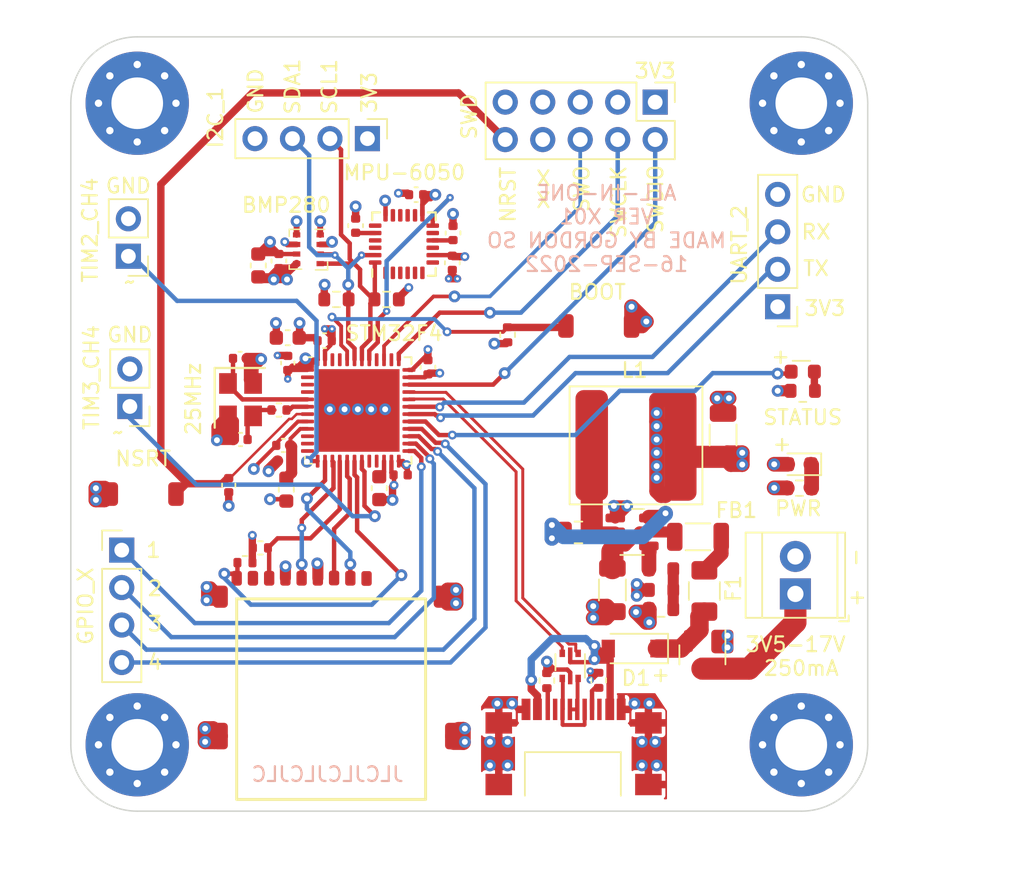
<source format=kicad_pcb>
(kicad_pcb (version 20211014) (generator pcbnew)
  (layers (0 "F.Cu" signal) (1 "In1.Cu" power) (2 "In2.Cu" power) (31 "B.Cu" signal) (34 "B.Paste" user) (35 "F.Paste" user) (36 "B.SilkS" user "B.Silkscreen") (37 "F.SilkS" user "F.Silkscreen") (38 "B.Mask" user) (39 "F.Mask" user) (44 "Edge.Cuts" user))
  (net 0 "")
  (net 1 "BOOT0")
  (net 2 "+3.3V")
  (net 3 "NRST")
  (net 4 "+3.3VA")
  (net 5 "HSE_IN")
  (net 6 "Net-(C19-Pad1)")
  (net 7 "+5V")
  (net 8 "LED_STATUS")
  (net 9 "+12V")
  (net 10 "SPI1_NSS")
  (net 11 "SPI1_MOSI")
  (net 12 "SPI1_SCK")
  (net 13 "SPI1_MISO")
  (net 14 "SD_CARD_DET")
  (net 15 "USBC_CONNCC1")
  (net 16 "USBC_CONNCC2")
  (net 17 "GPIO_1")
  (net 18 "GPIO_2")
  (net 19 "GPIO_3")
  (net 20 "GPIO_4")
  (net 21 "I2C1_SCL")
  (net 22 "I2C1_SDA")
  (net 23 "UART2_TX")
  (net 24 "UART2_RX")
  (net 25 "SWDIO")
  (net 26 "SWCLK")
  (net 27 "SWO")
  (net 28 "Net-(C2-Pad1)")
  (net 29 "Net-(C2-Pad2)")
  (net 30 "Net-(C13-Pad1)")
  (net 31 "Net-(C14-Pad1)")
  (net 32 "HSE_OUT")
  (net 33 "Net-(C20-Pad1)")
  (net 34 "Net-(C1-Pad1)")
  (net 35 "USB_D-")
  (net 36 "USB_D+")
  (net 37 "Net-(D1-Pad1)")
  (net 39 "MPU_INT")
  (net 45 "Net-(R1-Pad1)")
  (net 46 "Net-(R1-Pad2)")
  (net 59 "GND")
  (net 66 "Net-(F1-Pad2)")
  (net 67 "Net-(D2-Pad1)")
  (net 68 "Net-(D3-Pad1)")
  (net 73 "TIM2_CH4")
  (net 74 "TIM3_CH4")
  (net 76 "USBC_CONND+")
  (net 77 "USBC_CONND-")
  (footprint "Resistor_SMD:R_0603_1608Metric" (layer "F.Cu") (at 62 53.5)
    (fp_text reference "R2")
    (fp_text value "40k2")
  )
  (footprint "Crystal:Crystal_SMD_3225-4Pin_3.2x2.5mm" (layer "F.Cu") (at 33.5 40.6 -90)
    (fp_text reference "Y1")
    (fp_text value "25MHz 12pF ")
  )
  (footprint "Package_TO_SOT_SMD:SOT-666" (layer "F.Cu") (at 55.84 58.65 90)
    (fp_text reference "U5")
    (fp_text value "USBLC6-2P6")
  )
  (footprint "Inductor_SMD:L_1206_3216Metric" (layer "F.Cu") (at 64.5 49.9 180)
    (fp_text reference "FB1")
    (fp_text value "600 @ 100MHz")
  )
  (footprint "Resistor_SMD:R_0402_1005Metric" (layer "F.Cu") (at 36.1 41.3 180)
    (fp_text reference "R6")
    (fp_text value "510")
  )
  (footprint "Resistor_SMD:R_0603_1608Metric" (layer "F.Cu") (at 43.4 33.8)
    (fp_text reference "R10")
    (fp_text value "2k2")
  )
  (footprint "Resistor_SMD:R_0603_1608Metric" (layer "F.Cu") (at 62 52.1)
    (fp_text reference "R1")
    (fp_text value "75k")
  )
  (footprint "All-in-one-custom:GT-TC029" (layer "F.Cu") (at 26.9 47)
    (fp_text reference "SW1")
    (fp_text value "SW_Push")
  )
  (footprint "Capacitor_SMD:C_0402_1005Metric" (layer "F.Cu") (at 46.2 38.4 -90)
    (fp_text reference "C10")
    (fp_text value "100n")
  )
  (footprint "Resistor_SMD:R_0402_1005Metric" (layer "F.Cu") (at 34.85 50.65 180)
    (fp_text reference "R8")
    (fp_text value "10k")
  )
  (footprint "Resistor_SMD:R_0402_1005Metric" (layer "F.Cu") (at 33.8 51.65)
    (fp_text reference "R11")
    (fp_text value "10k")
  )
  (footprint "Resistor_SMD:R_0402_1005Metric" (layer "F.Cu") (at 51.6 36.2 -90)
    (fp_text reference "R5")
    (fp_text value "10k")
  )
  (footprint "Capacitor_SMD:C_0402_1005Metric" (layer "F.Cu") (at 47.9 29.3 90)
    (fp_text reference "C19")
    (fp_text value "100n")
  )
  (footprint "Capacitor_SMD:C_0402_1005Metric" (layer "F.Cu") (at 33.47 37.8)
    (fp_text reference "C12")
    (fp_text value "12p")
  )
  (footprint "Connector_PinHeader_2.54mm:PinHeader_1x04_P2.54mm_Vertical" (layer "F.Cu") (at 69.9 34.3 180)
    (fp_text reference "J9")
    (fp_text value "UART_2")
  )
  (footprint "Package_TO_SOT_SMD:SOT-23" (layer "F.Cu") (at 64.8 57.9 -90)
    (fp_text reference "Q1")
    (fp_text value "AO3401A")
  )
  (footprint "Inductor_SMD:L_0402_1005Metric" (layer "F.Cu") (at 36.5 44.75)
    (fp_text reference "L2")
    (fp_text value "39n")
  )
  (footprint "All-in-one-custom:GT-TC029" (layer "F.Cu") (at 57.775 35.6 180)
    (fp_text reference "SW2")
    (fp_text value "BOOT")
  )
  (footprint "Fuse:Fuse_1206_3216Metric" (layer "F.Cu") (at 64.9325 53.57 90)
    (fp_text reference "F1")
    (fp_text value "250mA")
  )
  (footprint "Sensor_Motion:InvenSense_QFN-24_4x4mm_P0.5mm" (layer "F.Cu") (at 44.575 30.05 90)
    (fp_text reference "U4")
    (fp_text value "MPU-6050")
  )
  (footprint "Connector_PinHeader_2.54mm:PinHeader_2x05_P2.54mm_Vertical" (layer "F.Cu") (at 61.6 20.425 -90)
    (fp_text reference "J6")
    (fp_text value "SWD")
  )
  (footprint "Capacitor_SMD:C_0603_1608Metric" (layer "F.Cu") (at 36.7 36.4 180)
    (fp_text reference "C7")
    (fp_text value "4u7")
  )
  (footprint "Connector_PinHeader_2.54mm:PinHeader_1x02_P2.54mm_Vertical" (layer "F.Cu") (at 26 41.06 180)
    (fp_text reference "J8")
    (fp_text value "Conn_01x02")
  )
  (footprint "Capacitor_SMD:C_0805_2012Metric" (layer "F.Cu") (at 56.4 49.6 180)
    (fp_text reference "C2")
    (fp_text value "1u")
  )
  (footprint "Capacitor_SMD:C_0603_1608Metric" (layer "F.Cu") (at 42.9 46.6 -90)
    (fp_text reference "C14")
    (fp_text value "4u7")
  )
  (footprint "Capacitor_SMD:C_0402_1005Metric" (layer "F.Cu") (at 44.35 45.7 180)
    (fp_text reference "C9")
    (fp_text value "100n")
  )
  (footprint "Resistor_SMD:R_0603_1608Metric" (layer "F.Cu") (at 62 54.8 180)
    (fp_text reference "R3")
    (fp_text value "13k")
  )
  (footprint "Capacitor_SMD:C_0402_1005Metric" (layer "F.Cu") (at 39.2 36.6)
    (fp_text reference "C11")
    (fp_text value "100n")
  )
  (footprint "MountingHole:MountingHole_3.5mm_Pad_Via" (layer "F.Cu") (at 71.5 64)
    (fp_text reference "H3")
    (fp_text value "MountingHole_Pad")
  )
  (footprint "Capacitor_SMD:C_0603_1608Metric" (layer "F.Cu") (at 34.7 31.5 -90)
    (fp_text reference "C15")
    (fp_text value "10u")
  )
  (footprint "Capacitor_SMD:C_0603_1608Metric" (layer "F.Cu") (at 36.6 46.7 -90)
    (fp_text reference "C5")
    (fp_text value "1u")
  )
  (footprint "Resistor_SMD:R_0603_1608Metric" (layer "F.Cu") (at 71.375 46.6 180)
    (fp_text reference "R4")
    (fp_text value "13k")
  )
  (footprint "All-in-one-custom:USB_C_16PIN" (layer "F.Cu") (at 56.07 61.6)
    (fp_text reference "J3")
    (fp_text value "USB_C_Receptacle_USB2.0")
  )
  (footprint "Resistor_SMD:R_0603_1608Metric" (layer "F.Cu") (at 40 33.8 180)
    (fp_text reference "R9")
    (fp_text value "2k2")
  )
  (footprint "Capacitor_SMD:C_0402_1005Metric" (layer "F.Cu") (at 36.1 31.2 -90)
    (fp_text reference "C16")
    (fp_text value "100n")
  )
  (footprint "Capacitor_SMD:C_0402_1005Metric" (layer "F.Cu") (at 45.4 26.7 180)
    (fp_text reference "C18")
    (fp_text value "100n")
  )
  (footprint "Package_LGA:Bosch_LGA-8_2x2.5mm_P0.65mm_ClockwisePinNumbering" (layer "F.Cu") (at 38.1 30.4 -90)
    (fp_text reference "U3")
    (fp_text value "BMP280")
  )
  (footprint "LED_SMD:LED_0603_1608Metric" (layer "F.Cu") (at 71.365 44.98 180)
    (fp_text reference "D2")
    (fp_text value "LED_RED")
  )
  (footprint "All-in-one-custom:SD_Card_custom" (layer "F.Cu") (at 33.24 53.207879)
    (fp_text reference "J2")
    (fp_text value "Micro_SD_Card_Det")
  )
  (footprint "MountingHole:MountingHole_3.5mm_Pad_Via" (layer "F.Cu") (at 26.5 20.5)
    (fp_text reference "H4")
    (fp_text value "MountingHole_Pad")
  )
  (footprint "Capacitor_SMD:C_1206_3216Metric" (layer "F.Cu") (at 66.2 43 90)
    (fp_text reference "C3")
    (fp_text value "22u")
  )
  (footprint "Capacitor_SMD:C_0402_1005Metric" (layer "F.Cu") (at 47.85 31.32 -90)
    (fp_text reference "C17")
    (fp_text value "10n")
  )
  (footprint "Resistor_SMD:R_0402_1005Metric" (layer "F.Cu") (at 54.26 59.65 90)
    (fp_text reference "R13")
    (fp_text value "5k1")
  )
  (footprint "Package_TO_SOT_SMD:SOT-23-6" (layer "F.Cu") (at 60.0325 49.57)
    (fp_text reference "U1")
    (fp_text value "TPMP1470")
  )
  (footprint "LED_SMD:LED_0603_1608Metric" (layer "F.Cu") (at 71.6 38.7 180)
    (fp_text reference "D3")
    (fp_text value "LED_GREEN")
  )
  (footprint "Connector_PinHeader_2.54mm:PinHeader_1x04_P2.54mm_Vertical" (layer "F.Cu") (at 25.45 50.8)
    (fp_text reference "J5")
    (fp_text value "GPIO")
  )
  (footprint "Connector_PinHeader_2.54mm:PinHeader_1x02_P2.54mm_Vertical" (layer "F.Cu") (at 25.9 30.875 180)
    (fp_text reference "J7")
    (fp_text value "Conn_01x02")
  )
  (footprint "Capacitor_SMD:C_0402_1005Metric" (layer "F.Cu") (at 36.4 43.7 180)
    (fp_text reference "C6")
    (fp_text value "10n")
  )
  (footprint "Capacitor_SMD:C_0402_1005Metric" (layer "F.Cu") (at 33.5 43.3 180)
    (fp_text reference "C13")
    (fp_text value "12p")
  )
  (footprint "Capacitor_SMD:C_0402_1005Metric" (layer "F.Cu") (at 41.3 28.8 90)
    (fp_text reference "C20")
    (fp_text value "2n2")
  )
  (footprint "Connector_PinHeader_2.54mm:PinHeader_1x04_P2.54mm_Vertical" (layer "F.Cu") (at 42.1 22.9 -90)
    (fp_text reference "J4")
    (fp_text value "I2C_1")
  )
  (footprint "MountingHole:MountingHole_3.5mm_Pad_Via" (layer "F.Cu") (at 71.5 20.5)
    (fp_text reference "H1")
    (fp_text value "MountingHole_Pad")
  )
  (footprint "TerminalBlock_TE-Connectivity:TerminalBlock_TE_282834-2_1x02_P2.54mm_Horizontal" (layer "F.Cu") (at 71.1 53.769999 90)
    (fp_text reference "J1")
    (fp_text value "HIGH VOLTAGE")
  )
  (footprint "Capacitor_SMD:C_1206_3216Metric" (layer "F.Cu") (at 58.7 53.5 -90)
    (fp_text reference "C1")
    (fp_text value "22u")
  )
  (footprint "MountingHole:MountingHole_3.5mm_Pad_Via" (layer "F.Cu") (at 26.5 64)
    (fp_text reference "H2")
    (fp_text value "MountingHole_Pad")
  )
  (footprint "Resistor_SMD:R_0402_1005Metric" (layer "F.Cu") (at 57.77 59.63 90)
    (fp_text reference "R12")
    (fp_text value "5k1")
  )
  (footprint "Diode_SMD:D_SOD-123" (layer "F.Cu") (at 60.07 57.475 180)
    (fp_text reference "D1")
    (fp_text value "B5819W")
  )
  (footprint "Resistor_SMD:R_0603_1608Metric" (layer "F.Cu") (at 71.6 40 180)
    (fp_text reference "R7")
    (fp_text value "1k")
  )
  (footprint "Capacitor_SMD:C_0402_1005Metric" (layer "F.Cu") (at 32.7 46.4 90)
    (fp_text reference "C4")
    (fp_text value "100n")
  )
  (footprint "Capacitor_SMD:C_0402_1005Metric" (layer "F.Cu") (at 36.7 38.11 90)
    (fp_text reference "C8")
    (fp_text value "100n")
  )
  (footprint "All-in-one-custom:MPIT8040" (layer "F.Cu") (at 60.3 43.7)
    (fp_text reference "L1")
    (fp_text value "22u")
  )
  (footprint "Package_DFN_QFN:QFN-48-1EP_7x7mm_P0.5mm_EP5.6x5.6mm" (layer "F.Cu") (at 41.475 41.33)
    (fp_text reference "U2")
    (fp_text value "STM32F401CDUx")
  )
  (gr_arc (start 76 64) (mid 74.681981 67.181981) (end 71.5 68.5) (layer "Edge.Cuts") (width 0.1))
  (gr_line (start 26.5 16) (end 71.5 16) (layer "Edge.Cuts") (width 0.1))
  (gr_line (start 76 20.5) (end 76 64) (layer "Edge.Cuts") (width 0.1))
  (gr_arc (start 22 20.5) (mid 23.318019 17.318019) (end 26.5 16) (layer "Edge.Cuts") (width 0.1))
  (gr_arc (start 26.5 68.5) (mid 23.318019 67.181981) (end 22 64) (layer "Edge.Cuts") (width 0.1))
  (gr_arc (start 71.5 16) (mid 74.681981 17.318019) (end 76 20.5) (layer "Edge.Cuts") (width 0.1))
  (gr_line (start 22 20.5) (end 22 64) (layer "Edge.Cuts") (width 0.1))
  (gr_line (start 26.5 68.5) (end 71.5 68.5) (layer "Edge.Cuts") (width 0.1))
  (gr_text "JLCJLCJLCJLC" (at 39.4 66) (layer "B.SilkS") (effects (font (size 1 1)) (justify mirror)))
  (gr_text "ALL-IN-ONE\nVER X01\nMADE BY GORDON SO\n16-SEP-2022" (at 58.3 29) (layer "B.SilkS") (effects (font (size 1 1)) (justify mirror)))
  (gr_text "STATUS" (at 71.6 41.8) (layer "F.SilkS") (effects (font (size 1 1))))
  (gr_text "3V3" (at 42.225 19.77 90) (layer "F.SilkS") (effects (font (size 1 1))))
  (gr_text "TIM3_CH4" (at 23.4 39.1 90) (layer "F.SilkS") (effects (font (size 1 1))))
  (gr_text "+" (at 75.3 54.1 180) (layer "F.SilkS") (effects (font (size 1 1))))
  (gr_text "2" (at 27.7 53.4) (layer "F.SilkS") (effects (font (size 1 1))))
  (gr_text "GND" (at 25.9 26.1) (layer "F.SilkS") (effects (font (size 1 1))))
  (gr_text "TX" (at 72.5 31.7) (layer "F.SilkS") (effects (font (size 1 1))))
  (gr_text "-" (at 75.3 51.3 270) (layer "F.SilkS") (effects (font (size 1 1))))
  (gr_text "GPIO_X\n" (at 23 54.6 90) (layer "F.SilkS") (effects (font (size 1 1))))
  (gr_text "25MHz" (at 30.3 40.55 90) (layer "F.SilkS") (effects (font (size 1 1))))
  (gr_text "~" (at 25.2 42.8) (layer "F.SilkS") (effects (font (size 1 1))))
  (gr_text "1" (at 27.6 50.8) (layer "F.SilkS") (effects (font (size 1 1))))
  (gr_text "X" (at 54.025 27 180) (layer "F.SilkS") (effects (font (size 1 1))))
  (gr_text "SCL1" (at 39.525 19.37 90) (layer "F.SilkS") (effects (font (size 1 1))))
  (gr_text "3" (at 27.7 55.8) (layer "F.SilkS") (effects (font (size 1 1))))
  (gr_text "4" (at 27.7 58.4) (layer "F.SilkS") (effects (font (size 1 1))))
  (gr_text "SWO" (at 56.625 26.3 90) (layer "F.SilkS") (effects (font (size 1 1))))
  (gr_text "~" (at 26 32.6) (layer "F.SilkS") (effects (font (size 1 1))))
  (gr_text "GND" (at 34.525 19.67 90) (layer "F.SilkS") (effects (font (size 1 1))))
  (gr_text "+" (at 70.1 37.8 180) (layer "F.SilkS") (effects (font (size 1 1))))
  (gr_text "3V3" (at 73.1 34.4) (layer "F.SilkS") (effects (font (size 1 1))))
  (gr_text "SWCLK\n" (at 59.125 27.2 90) (layer "F.SilkS") (effects (font (size 1 1))))
  (gr_text "TIM2_CH4" (at 23.3 29.1 90) (layer "F.SilkS") (effects (font (size 1 1))))
  (gr_text "GND" (at 73 26.7) (layer "F.SilkS") (effects (font (size 1 1))))
  (gr_text "RX" (at 72.5 29.225) (layer "F.SilkS") (effects (font (size 1 1))))
  (gr_text "PWR" (at 71.3 47.98) (layer "F.SilkS") (effects (font (size 1 1))))
  (gr_text "NRST" (at 51.625 26.7 90) (layer "F.SilkS") (effects (font (size 1 1))))
  (gr_text "3V5-17V \n250mA" (at 71.5 58) (layer "F.SilkS") (effects (font (size 1 1))))
  (gr_text "+" (at 70.2 43.58) (layer "F.SilkS") (effects (font (size 1 1))))
  (gr_text "STM32F4" (at 43.9 36.1) (layer "F.SilkS") (effects (font (size 1 1))))
  (gr_text "SWDIO\n" (at 61.625 27 90) (layer "F.SilkS") (effects (font (size 1 1))))
  (gr_text "X" (at 54.025 25.5 180) (layer "F.SilkS") (effects (font (size 1 1))))
  (gr_text "+" (at 61.9 59.3 90) (layer "F.SilkS") (effects (font (size 1 1))))
  (gr_text "GND" (at 26 36.2) (layer "F.SilkS") (effects (font (size 1 1))))
  (gr_text "SDA1" (at 37.025 19.37 90) (layer "F.SilkS") (effects (font (size 1 1))))
  (gr_text "3V3" (at 61.6 18.3) (layer "F.SilkS") (effects (font (size 1 1))))
  (segment (start 47.5 36) (end 47.6 36.1) (width 0.261112) (layer "F.Cu") (net 1))
  (segment (start 40.725 37.304608) (end 40.725 37.8925) (width 0.261112) (layer "F.Cu") (net 1))
  (segment (start 51.61 35.7) (end 51.6 35.69) (width 0.5) (layer "F.Cu") (net 1))
  (segment (start 51.6 35.69) (end 51.29 36) (width 0.261112) (layer "F.Cu") (net 1))
  (segment (start 51.29 36) (end 47.5 36) (width 0.261112) (layer "F.Cu") (net 1))
  (segment (start 55.45 35.7) (end 51.61 35.7) (width 0.5) (layer "F.Cu") (net 1))
  (segment (start 40.319444 35.619444) (end 39.7 35) (width 0.261112) (layer "F.Cu") (net 1))
  (segment (start 40.319444 36.899053) (end 40.319444 35.619444) (width 0.261112) (layer "F.Cu") (net 1))
  (segment (start 55.55 35.6) (end 55.45 35.7) (width 0.5) (layer "F.Cu") (net 1))
  (segment (start 40.319444 36.899053) (end 40.725 37.304608) (width 0.261112) (layer "F.Cu") (net 1))
  (via (at 47.5 36) (size 0.6) (drill 0.3) (layers "F.Cu" "B.Cu") (net 1))
  (via (at 39.7 35) (size 0.6) (drill 0.3) (layers "F.Cu" "B.Cu") (net 1))
  (segment (start 47.5 36) (end 46.630556 35.130556) (width 0.261112) (layer "B.Cu") (net 1))
  (segment (start 46.630556 35.130556) (end 39.830556 35.130556) (width 0.261112) (layer "B.Cu") (net 1))
  (segment (start 39.830556 35.130556) (end 39.7 35) (width 0.261112) (layer "B.Cu") (net 1))
  (segment (start 38.0375 38.58) (end 36.71 38.58) (width 0.3) (layer "F.Cu") (net 2))
  (segment (start 35.5 29.9) (end 35.5 29.925) (width 0.5) (layer "F.Cu") (net 2))
  (segment (start 46.525 30.8) (end 47.81 30.8) (width 0.3) (layer "F.Cu") (net 2))
  (segment (start 35.4 45.45) (end 35.4 45.365) (width 0.75) (layer "F.Cu") (net 2))
  (segment (start 37.9 37.8) (end 37.9 38.3) (width 0.75) (layer "F.Cu") (net 2))
  (segment (start 35.5 29.925) (end 34.7 30.725) (width 0.5) (layer "F.Cu") (net 2))
  (segment (start 39.525 30.075) (end 38.9 30.075) (width 0.4) (layer "F.Cu") (net 2))
  (segment (start 35.5 29.9) (end 35.5 30.12) (width 0.4) (layer "F.Cu") (net 2))
  (segment (start 36.71 38.58) (end 36.7 38.59) (width 0.3) (layer "F.Cu") (net 2))
  (segment (start 39.175 33.8) (end 39.175 32.825) (width 0.5) (layer "F.Cu") (net 2))
  (segment (start 38.725 37.8925) (end 38.725 36.605) (width 0.3) (layer "F.Cu") (net 2))
  (segment (start 61.7 40.6) (end 61.7 42.1) (width 1) (layer "F.Cu") (net 2))
  (segment (start 67.5 44.2) (end 66.475 44.2) (width 1) (layer "F.Cu") (net 2))
  (segment (start 44.5175 44.7675) (end 44.75 45) (width 0.3) (layer "F.Cu") (net 2))
  (segment (start 46.2 27) (end 46.4 27) (width 0.3) (layer "F.Cu") (net 2))
  (segment (start 38.52 36.4) (end 38.72 36.6) (width 0.5) (layer "F.Cu") (net 2))
  (segment (start 38.74 51.74) (end 38.7 51.7) (width 0.75) (layer "F.Cu") (net 2))
  (segment (start 44.83 45.3725) (end 44.225 44.7675) (width 0.3) (layer "F.Cu") (net 2))
  (segment (start 38.3075 37.8925) (end 37.9 38.3) (width 0.3) (layer "F.Cu") (net 2))
  (segment (start 45.12 38.58) (end 46.2 37.5) (width 0.3) (layer "F.Cu") (net 2))
  (segment (start 38.725 37.8925) (end 38.3075 37.8925) (width 0.3) (layer "F.Cu") (net 2))
  (segment (start 62 47.1) (end 62.3 47.1) (width 1) (layer "F.Cu") (net 2))
  (segment (start 37.9925 37.8925) (end 37.9 37.8) (width 0.3) (layer "F.Cu") (net 2))
  (segment (start 46.2 37.5) (end 46.2 37.3) (width 0.3) (layer "F.Cu") (net 2))
  (segment (start 44.9125 38.58) (end 45.12 38.58) (width 0.3) (layer "F.Cu") (net 2))
  (segment (start 60.7 35.6) (end 61 35.3) (width 1) (layer "F.Cu") (net 2))
  (segment (start 38.325 38.18) (end 38.325 38.4) (width 0.3) (layer "F.Cu") (net 2))
  (segment (start 36.7 39.2) (end 36.7 38.59) (width 0.4) (layer "F.Cu") (net 2))
  (segment (start 44.83 45.7) (end 44.83 45.3725) (width 0.3) (layer "F.Cu") (net 2))
  (segment (start 35.5 29.9) (end 35.5 30.5) (width 0.4) (layer "F.Cu") (net 2))
  (segment (start 64.075 44.475) (end 63.3 43.7) (width 1.5) (layer "F.Cu") (net 2))
  (segment (start 38.725 37.8925) (end 37.9925 37.8925) (width 0.3) (layer "F.Cu") (net 2))
  (segment (start 47.91 30.9) (end 47.85 30.84) (width 0.5) (layer "F.Cu") (net 2))
  (segment (start 66.2 44.475) (end 64.075 44.475) (width 1.5) (layer "F.Cu") (net 2))
  (segment (start 34.3 49.8) (end 34.3 51.64) (width 0.5) (layer "F.Cu") (net 2))
  (segment (start 61.7 46.8) (end 61.7 40.6) (width 1) (layer "F.Cu") (net 2))
  (segment (start 45.825 26.895) (end 45.92 26.8) (width 0.3) (layer "F.Cu") (net 2))
  (segment (start 37.5 35.4) (end 37.5 36.375) (width 0.5) (layer "F.Cu") (net 2))
  (segment (start 44.225 33.8) (end 44.225 33.675) (width 0.5) (layer "F.Cu") (net 2))
  (segment (start 60.35 53.9) (end 60.75 53.5) (width 0.75) (layer "F.Cu") (net 2))
  (segment (start 48.7 30.9) (end 47.91 30.9) (width 0.5) (layer "F.Cu") (net 2))
  (segment (start 67.5 45) (end 66.725 45) (width 1) (layer "F.Cu") (net 2))
  (segment (start 60.75 53.5) (end 60.35 53.1) (width 0.75) (layer "F.Cu") (net 2))
  (segment (start 38.74 52.707879) (end 38.74 51.74) (width 0.75) (layer "F.Cu") (net 2))
  (segment (start 44.83 45.08) (end 44.75 45) (width 0.3) (layer "F.Cu") (net 2))
  (segment (start 37.5 36.375) (end 37.475 36.4) (width 0.5) (layer "F.Cu") (net 2))
  (segment (start 60 35.6) (end 60.7 35.6) (width 1) (layer "F.Cu") (net 2))
  (segment (start 60.75 53.5) (end 61.175 53.5) (width 0.75) (layer "F.Cu") (net 2))
  (segment (start 44.225 44.7675) (end 44.5175 44.7675) (width 0.3) (layer "F.Cu") (net 2))
  (segment (start 36.7 38.59) (end 36.99 38.3) (width 0.3) (layer "F.Cu") (net 2))
  (segment (start 38.6125 37.8925) (end 38.325 38.18) (width 0.3) (layer "F.Cu") (net 2))
  (segment (start 45.825 28.1) (end 45.825 26.895) (width 0.3) (layer "F.Cu") (net 2))
  (segment (start 37.3 29.425) (end 37.3 28.5) (width 0.4) (layer "F.Cu") (net 2))
  (segment (start 60 34.3) (end 60 35.6) (width 1) (layer "F.Cu") (net 2))
  (segment (start 45.825 27.375) (end 46.2 27) (width 0.3) (layer "F.Cu") (net 2))
  (segment (start 39.7 29.9) (end 39.525 30.075) (width 0.4) (layer "F.Cu") (net 2))
  (segment (start 34.7 30.725) (end 37.3 30.725) (width 0.3) (layer "F.Cu") (net 2))
  (segment (start 37.4 38.3) (end 37.9 37.8) (width 0.3) (layer "F.Cu") (net 2))
  (segment (start 37.475 36.4) (end 38.52 36.4) (width 0.5) (layer "F.Cu") (net 2))
  (segment (start 35.4 45.365) (end 36.015 44.75) (width 0.75) (layer "F.Cu") (net 2))
  (segment (start 35.5 30.12) (end 36.1 30.72) (width 0.4) (layer "F.Cu") (net 2))
  (segment (start 45.825 28.1) (end 45.825 27.375) (width 0.3) (layer "F.Cu") (net 2))
  (segment (start 38.725 37.8925) (end 38.6125 37.8925) (width 0.3) (layer "F.Cu") (net 2))
  (segment (start 39.175 32.825) (end 39.2 32.8) (width 0.5) (layer "F.Cu") (net 2))
  (segment (start 34.3 51.64) (end 34.31 51.65) (width 0.5) (layer "F.Cu") (net 2))
  (segment (start 35.5 30.5) (end 35.4 30.6) (width 0.4) (layer "F.Cu") (net 2))
  (segment (start 38.725 36.605) (end 38.72 36.6) (width 0.3) (layer "F.Cu") (net 2))
  (segment (start 46.7 26.7) (end 45.88 26.7) (width 0.5) (layer "F.Cu") (net 2))
  (segment (start 63.3 46.1) (end 63.3 43.7) (width 1) (layer "F.Cu") (net 2))
  (segment (start 37.4 38.3) (end 37.9 38.3) (width 0.3) (layer "F.Cu") (net 2))
  (segment (start 61.7 42.1) (end 63.3 43.7) (width 1) (layer "F.Cu") (net 2))
  (segment (start 63.3 40.6) (end 63.3 43.7) (width 1) (layer "F.Cu") (net 2))
  (segment (start 67.5 45) (end 67.5 44.2) (width 1) (layer "F.Cu") (net 2))
  (segment (start 46.4 27) (end 46.7 26.7) (width 0.3) (layer "F.Cu") (net 2))
  (segment (start 44.225 33.675) (end 44.9 33) (width 0.5) (layer "F.Cu") (net 2))
  (segment (start 44.83 45.7) (end 44.83 45.08) (width 0.3) (layer "F.Cu") (net 2))
  (segment (start 62.3 47.1) (end 63.3 46.1) (width 1) (layer "F.Cu") (net 2))
  (segment (start 47.81 30.8) (end 47.85 30.84) (width 0.3) (layer "F.Cu") (net 2))
  (segment (start 46.2 37.2) (end 46.2 37.3) (width 0.5) (layer "F.Cu") (net 2))
  (segment (start 69.665 44.98) (end 70.5775 44.98) (width 1) (layer "F.Cu") (net 2))
  (segment (start 36.99 38.3) (end 37.4 38.3) (width 0.3) (layer "F.Cu") (net 2))
  (segment (start 61 35.3) (end 60 34.3) (width 1) (layer "F.Cu") (net 2))
  (segment (start 61.7 46.8) (end 62 47.1) (width 1) (layer "F.Cu") (net 2))
  (segment (start 66.725 45) (end 66.2 44.475) (width 1) (layer "F.Cu") (net 2))
  (segment (start 46.2 37.3) (end 46.2 37.92) (width 0.5) (layer "F.Cu") (net 2))
  (segment (start 66.475 44.2) (end 66.2 44.475) (width 1) (layer "F.Cu") (net 2))
  (segment (start 60.35 53.9) (end 60.35 53.1) (width 0.75) (layer "F.Cu") (net 2))
  (segment (start 61.7 40.6) (end 63.3 40.6) (width 1) (layer "F.Cu") (net 2))
  (via (at 61 35.3) (size 0.8) (drill 0.4) (layers "F.Cu" "B.Cu") (net 2))
  (via (at 37.9 37.8) (size 0.8) (drill 0.4) (layers "F.Cu" "B.Cu") (net 2))
  (via (at 60.35 53.1) (size 0.8) (drill 0.4) (layers "F.Cu" "B.Cu") (net 2))
  (via (at 67.5 44.2) (size 0.8) (drill 0.4) (layers "F.Cu" "B.Cu") (net 2))
  (via (at 61.7 44.2) (size 0.8) (drill 0.4) (layers "F.Cu" "B.Cu") (net 2))
  (via (at 35.5 29.9) (size 0.8) (drill 0.4) (layers "F.Cu" "B.Cu") (net 2))
  (via (at 67.5 45) (size 0.8) (drill 0.4) (layers "F.Cu" "B.Cu") (net 2))
  (via (at 61.7 43.3) (size 0.8) (drill 0.4) (layers "F.Cu" "B.Cu") (net 2))
  (via (at 61.7 42.4) (size 0.8) (drill 0.4) (layers "F.Cu" "B.Cu") (net 2))
  (via (at 34.3 49.8) (size 0.6) (drill 0.3) (layers "F.Cu" "B.Cu") (net 2))
  (via (at 38.7 51.7) (size 0.8) (drill 0.4) (layers "F.Cu" "B.Cu") (net 2))
  (via (at 39.2 32.8) (size 0.8) (drill 0.4) (layers "F.Cu" "B.Cu") (net 2))
  (via (at 46.7 26.7) (size 0.8) (drill 0.4) (layers "F.Cu" "B.Cu") (net 2))
  (via (at 60.35 53.9) (size 0.8) (drill 0.4) (layers "F.Cu" "B.Cu") (net 2))
  (via (at 36.7 39.2) (size 0.5) (drill 0.2) (layers "F.Cu" "B.Cu") (net 2))
  (via (at 46.2 37.2) (size 0.6) (drill 0.3) (layers "F.Cu" "B.Cu") (net 2))
  (via (at 44.9 33) (size 0.6) (drill 0.3) (layers "F.Cu" "B.Cu") (net 2))
  (via (at 35.4 45.45) (size 0.8) (drill 0.4) (layers "F.Cu" "B.Cu") (net 2))
  (via (at 60 34.3) (size 0.8) (drill 0.4) (layers "F.Cu" "B.Cu") (net 2))
  (via (at 39.7 29.9) (size 0.8) (drill 0.4) (layers "F.Cu" "B.Cu") (net 2))
  (via (at 37.3 28.5) (size 0.8) (drill 0.4) (layers "F.Cu" "B.Cu") (net 2))
  (via (at 61.7 41.5) (size 0.8) (drill 0.4) (layers "F.Cu" "B.Cu") (net 2))
  (via (at 61.7 45.1) (size 0.8) (drill 0.4) (layers "F.Cu" "B.Cu") (net 2))
  (via (at 61.7 45.9) (size 0.8) (drill 0.4) (layers "F.Cu" "B.Cu") (net 2))
  (via (at 48.7 30.9) (size 0.6) (drill 0.3) (layers "F.Cu" "B.Cu") (net 2))
  (via (at 44.75 45) (size 0.6) (drill 0.3) (layers "F.Cu" "B.Cu") (net 2))
  (via (at 69.665 44.98) (size 0.8) (drill 0.4) (layers "F.Cu" "B.Cu") (net 2))
  (via (at 37.5 35.4) (size 0.8) (drill 0.4) (layers "F.Cu" "B.Cu") (net 2))
  (segment (start 28.1 26) (end 34.3 19.8) (width 0.5) (layer "F.Cu") (net 3))
  (segment (start 36.973305 41.9075) (end 36.797924 41.9075) (width 0.175) (layer "F.Cu") (net 3))
  (segment (start 28.1 44.5) (end 28.1 26) (width 0.5) (layer "F.Cu") (net 3))
  (segment (start 48.275 19.8) (end 51.44 22.965) (width 0.5) (layer "F.Cu") (net 3))
  (segment (start 32.618852 45.92) (end 32.7 45.92) (width 0.5) (layer "F.Cu") (net 3))
  (segment (start 29.125 47) (end 29.825 46.3) (width 0.5) (layer "F.Cu") (net 3))
  (segment (start 34.3 19.8) (end 48.275 19.8) (width 0.5) (layer "F.Cu") (net 3))
  (segment (start 29.8 46.2) (end 28.1 44.5) (width 0.5) (layer "F.Cu") (net 3))
  (segment (start 36.797924 41.9075) (end 32.725424 45.98) (width 0.175) (layer "F.Cu") (net 3))
  (segment (start 32.238852 46.3) (end 32.618852 45.92) (width 0.5) (layer "F.Cu") (net 3))
  (segment (start 29.825 46.3) (end 32.238852 46.3) (width 0.5) (layer "F.Cu") (net 3))
  (segment (start 38.0375 41.58) (end 37.300805 41.58) (width 0.175) (layer "F.Cu") (net 3))
  (segment (start 32.725424 45.98) (end 32.7 45.98) (width 0.175) (layer "F.Cu") (net 3))
  (segment (start 37.300805 41.58) (end 36.973305 41.9075) (width 0.175) (layer "F.Cu") (net 3))
  (segment (start 37.544135 42.58) (end 36.88 43.244135) (width 0.261112) (layer "F.Cu") (net 4))
  (segment (start 36.9 43.68) (end 36.88 43.7) (width 0.261112) (layer "F.Cu") (net 4))
  (segment (start 36.6 45.925) (end 36.965 45.56) (width 0.75) (layer "F.Cu") (net 4))
  (segment (start 36.965 45.56) (end 36.965 43.785) (width 0.75) (layer "F.Cu") (net 4))
  (segment (start 36.965 43.785) (end 36.88 43.7) (width 0.75) (layer "F.Cu") (net 4))
  (segment (start 38.0375 42.58) (end 37.544135 42.58) (width 0.261112) (layer "F.Cu") (net 4))
  (segment (start 36.88 43.244135) (end 36.88 43.7) (width 0.261112) (layer "F.Cu") (net 4))
  (segment (start 36.88 44.645) (end 36.985 44.75) (width 0.261112) (layer "F.Cu") (net 4))
  (segment (start 32.65 39.5) (end 32.65 39.6) (width 0.3) (layer "F.Cu") (net 5))
  (segment (start 32.99 37.8) (end 32.99 39.16) (width 0.3) (layer "F.Cu") (net 5))
  (segment (start 32.99 39.16) (end 32.65 39.5) (width 0.3) (layer "F.Cu") (net 5))
  (segment (start 32.65 39.6) (end 33.63 40.58) (width 0.3) (layer "F.Cu") (net 5))
  (segment (start 33.63 40.58) (end 38.0375 40.58) (width 0.3) (layer "F.Cu") (net 5))
  (segment (start 47.88 29.8) (end 47.9 29.78) (width 0.3) (layer "F.Cu") (net 6))
  (segment (start 46.525 29.8) (end 47.88 29.8) (width 0.3) (layer "F.Cu") (net 6))
  (segment (start 58.52 61.6) (end 58.545 61.575) (width 0.5) (layer "F.Cu") (net 7))
  (segment (start 55.84 57.725) (end 55.84 58.4) (width 0.3) (layer "F.Cu") (net 7))
  (segment (start 58.545 57.6) (end 58.42 57.475) (width 0.5) (layer "F.Cu") (net 7))
  (segment (start 58.36 57.78) (end 58.42 57.84) (width 0.3) (layer "F.Cu") (net 7))
  (segment (start 57.481928 57.3) (end 57.481928 58.2005) (width 0.5) (layer "F.Cu") (net 7))
  (segment (start 57.495 58.4) (end 57.9475 57.9475) (width 0.3) (layer "F.Cu") (net 7))
  (segment (start 58.545 61.575) (end 58.545 58.255) (width 0.5) (layer "F.Cu") (net 7))
  (segment (start 55.84 58.4) (end 57.495 58.4) (width 0.3) (layer "F.Cu") (net 7))
  (segment (start 58.42 57.84) (end 58.42 57.475) (width 0.3) (layer "F.Cu") (net 7))
  (segment (start 57.481928 57.3) (end 57.9475 57.765572) (width 0.5) (layer "F.Cu") (net 7))
  (segment (start 58.545 58.255) (end 58.545 57.6) (width 0.5) (layer "F.Cu") (net 7))
  (segment (start 58.545 58.255) (end 57.536428 58.255) (width 0.5) (layer "F.Cu") (net 7))
  (segment (start 57.536428 58.255) (end 57.481928 58.2005) (width 0.5) (layer "F.Cu") (net 7))
  (segment (start 53.62 60.667315) (end 53.62 61.6) (width 0.5) (layer "F.Cu") (net 7))
  (segment (start 53.2 60.247315) (end 53.62 60.667315) (width 0.5) (layer "F.Cu") (net 7))
  (segment (start 53.2 59.6) (end 53.2 60.247315) (width 0.5) (layer "F.Cu") (net 7))
  (segment (start 57.9475 57.9475) (end 58.42 57.475) (width 0.3) (layer "F.Cu") (net 7))
  (segment (start 57.9475 57.8475) (end 57.9475 57.9475) (width 0.5) (layer "F.Cu") (net 7))
  (via (at 57.481928 57.3) (size 0.8) (drill 0.4) (layers "F.Cu" "B.Cu") (net 7))
  (via (at 57.481928 58.2005) (size 0.8) (drill 0.4) (layers "F.Cu" "B.Cu") (net 7))
  (via (at 53.2 59.6) (size 0.8) (drill 0.4) (layers "F.Cu" "B.Cu") (net 7))
  (segment (start 56.9 56.8) (end 54.617918 56.8) (width 0.5) (layer "B.Cu") (net 7))
  (segment (start 53.4 58.017918) (end 53.2 58.217918) (width 0.5) (layer "B.Cu") (net 7))
  (segment (start 57.481928 57.381928) (end 57.481928 58.2005) (width 0.5) (layer "B.Cu") (net 7))
  (segment (start 57.481928 57.381928) (end 56.9 56.8) (width 0.5) (layer "B.Cu") (net 7))
  (segment (start 54.617918 56.8) (end 53.4 58.017918) (width 0.5) (layer "B.Cu") (net 7))
  (segment (start 53.2 58.217918) (end 53.2 59.6) (width 0.5) (layer "B.Cu") (net 7))
  (segment (start 46.03 42.08) (end 46.05 42.1) (width 0.3) (layer "F.Cu") (net 8))
  (segment (start 46.05 42.1) (end 46.95 43) (width 0.3) (layer "F.Cu") (net 8))
  (segment (start 69.8875 38.83125) (end 70.68125 38.83125) (width 0.3) (layer "F.Cu") (net 8))
  (segment (start 70.68125 38.83125) (end 70.8125 38.7) (width 0.3) (layer "F.Cu") (net 8))
  (segment (start 46.95 43) (end 47.85 43) (width 0.3) (layer "F.Cu") (net 8))
  (segment (start 44.9125 42.08) (end 46.03 42.08) (width 0.3) (layer "F.Cu") (net 8))
  (via (at 47.85 43) (size 0.6) (drill 0.3) (layers "F.Cu" "B.Cu") (net 8))
  (via (at 69.8875 38.83125) (size 0.8) (drill 0.4) (layers "F.Cu" "B.Cu") (net 8))
  (segment (start 47.85 43) (end 56.2 43) (width 0.3) (layer "B.Cu") (net 8))
  (segment (start 64.3 40) (end 65.5 38.8) (width 0.3) (layer "B.Cu") (net 8))
  (segment (start 69.85625 38.8) (end 69.8875 38.83125) (width 0.3) (layer "B.Cu") (net 8))
  (segment (start 56.2 43) (end 59.2 40) (width 0.3) (layer "B.Cu") (net 8))
  (segment (start 59.2 40) (end 64.3 40) (width 0.3) (layer "B.Cu") (net 8))
  (segment (start 65.5 38.8) (end 69.85625 38.8) (width 0.3) (layer "B.Cu") (net 8))
  (segment (start 71.1 55.7) (end 71.1 53.769999) (width 1.5) (layer "F.Cu") (net 9))
  (segment (start 64.8 58.8375) (end 67.9625 58.8375) (width 1.5) (layer "F.Cu") (net 9))
  (segment (start 67.9625 58.8375) (end 71.1 55.7) (width 1.5) (layer "F.Cu") (net 9))
  (segment (start 38 47.3) (end 39.225 46.075) (width 0.3) (layer "F.Cu") (net 10))
  (segment (start 40.94 51.74) (end 40.94 52.707879) (width 0.3) (layer "F.Cu") (net 10))
  (segment (start 39.225 46.075) (end 39.225 44.7675) (width 0.3) (layer "F.Cu") (net 10))
  (via (at 38 47.3) (size 0.8) (drill 0.4) (layers "F.Cu" "B.Cu") (net 10))
  (via (at 40.94 51.74) (size 0.8) (drill 0.4) (layers "F.Cu" "B.Cu") (net 10))
  (segment (start 40.94 50.94) (end 40.94 51.74) (width 0.3) (layer "B.Cu") (net 10))
  (segment (start 38 47.3) (end 38 48) (width 0.3) (layer "B.Cu") (net 10))
  (segment (start 38 48) (end 40.94 50.94) (width 0.3) (layer "B.Cu") (net 10))
  (segment (start 39.84 49.36) (end 39.84 52.692121) (width 0.3) (layer "F.Cu") (net 11))
  (segment (start 40.725 45.795791) (end 40.9 45.970791) (width 0.3) (layer "F.Cu") (net 11))
  (segment (start 40.9 45.970791) (end 40.9 48.3) (width 0.3) (layer "F.Cu") (net 11))
  (segment (start 40.725 44.7675) (end 40.725 45.795791) (width 0.3) (layer "F.Cu") (net 11))
  (segment (start 40.9 48.3) (end 39.84 49.36) (width 0.3) (layer "F.Cu") (net 11))
  (segment (start 37.65 48.75) (end 39.798 46.602) (width 0.3) (layer "F.Cu") (net 12))
  (segment (start 39.798 46.602) (end 39.798 44.8405) (width 0.3) (layer "F.Cu") (net 12))
  (segment (start 37.65 51.75) (end 37.65 52.697879) (width 0.3) (layer "F.Cu") (net 12))
  (segment (start 39.798 44.8405) (end 39.725 44.7675) (width 0.3) (layer "F.Cu") (net 12))
  (segment (start 37.65 49.3) (end 37.65 48.75) (width 0.3) (layer "F.Cu") (net 12))
  (segment (start 37.65 52.697879) (end 37.64 52.707879) (width 0.3) (layer "F.Cu") (net 12))
  (via (at 37.65 51.75) (size 0.8) (drill 0.4) (layers "F.Cu" "B.Cu") (net 12))
  (via (at 37.65 49.3) (size 0.6) (drill 0.3) (layers "F.Cu" "B.Cu") (net 12))
  (segment (start 37.65 49.3) (end 37.65 51.75) (width 0.3) (layer "B.Cu") (net 12))
  (segment (start 36.01 50) (end 35.36 50.65) (width 0.3) (layer "F.Cu") (net 13))
  (segment (start 40.225 44.7675) (end 40.225 48.025) (width 0.3) (layer "F.Cu") (net 13))
  (segment (start 38.25 50) (end 36.01 50) (width 0.3) (layer "F.Cu") (net 13))
  (segment (start 35.44 52.707879) (end 35.44 50.73) (width 0.3) (layer "F.Cu") (net 13))
  (segment (start 40.225 48.025) (end 38.25 50) (width 0.3) (layer "F.Cu") (net 13))
  (segment (start 35.44 50.73) (end 35.36 50.65) (width 0.3) (layer "F.Cu") (net 13))
  (segment (start 33.29 51.65) (end 33.29 52.657879) (width 0.3) (layer "F.Cu") (net 14))
  (segment (start 32.400245 52.4) (end 32.932121 52.4) (width 0.3) (layer "F.Cu") (net 14))
  (segment (start 41.4 45.866921) (end 41.4 49.5) (width 0.3) (layer "F.Cu") (net 14))
  (segment (start 33.29 52.657879) (end 33.24 52.707879) (width 0.3) (layer "F.Cu") (net 14))
  (segment (start 41.225 44.7675) (end 41.225 45.691921) (width 0.3) (layer "F.Cu") (net 14))
  (segment (start 33.09 52.557879) (end 33.24 52.707879) (width 0.3) (layer "F.Cu") (net 14))
  (segment (start 41.225 45.691921) (end 41.4 45.866921) (width 0.3) (layer "F.Cu") (net 14))
  (segment (start 32.932121 52.4) (end 33.24 52.707879) (width 0.3) (layer "F.Cu") (net 14))
  (segment (start 41.4 49.5) (end 44.4 52.5) (width 0.3) (layer "F.Cu") (net 14))
  (via (at 32.400245 52.4) (size 0.8) (drill 0.4) (layers "F.Cu" "B.Cu") (net 14))
  (via (at 44.4 52.5) (size 0.8) (drill 0.4) (layers "F.Cu" "B.Cu") (net 14))
  (segment (start 32.400245 52.700245) (end 34.2 54.5) (width 0.3) (layer "B.Cu") (net 14))
  (segment (start 32.400245 52.4) (end 32.400245 52.700245) (width 0.3) (layer "B.Cu") (net 14))
  (segment (start 34.2 54.5) (end 42.4 54.5) (width 0.3) (layer "B.Cu") (net 14))
  (segment (start 42.4 54.5) (end 44.4 52.5) (width 0.3) (layer "B.Cu") (net 14))
  (segment (start 54.32 60.22) (end 54.32 61.6) (width 0.3) (layer "F.Cu") (net 15))
  (segment (start 54.26 60.16) (end 54.32 60.22) (width 0.3) (layer "F.Cu") (net 15))
  (segment (start 57.53 60.14) (end 57.32 60.35) (width 0.3) (layer "F.Cu") (net 16))
  (segment (start 57.32 60.35) (end 57.32 61.6) (width 0.3) (layer "F.Cu") (net 16))
  (segment (start 45.28 44.08) (end 44.9125 44.08) (width 0.3) (layer "F.Cu") (net 17))
  (segment (start 45.75 44.55) (end 45.28 44.08) (width 0.3) (layer "F.Cu") (net 17))
  (segment (start 45.75 45.15) (end 45.75 44.55) (width 0.3) (layer "F.Cu") (net 17))
  (via (at 45.75 45.15) (size 0.6) (drill 0.3) (layers "F.Cu" "B.Cu") (net 17))
  (segment (start 43.55 55.75) (end 30.4 55.75) (width 0.3) (layer "B.Cu") (net 17))
  (segment (start 30.4 55.75) (end 25.45 50.8) (width 0.3) (layer "B.Cu") (net 17))
  (segment (start 45.75 45.15) (end 45.75 53.55) (width 0.3) (layer "B.Cu") (net 17))
  (segment (start 45.75 53.55) (end 43.55 55.75) (width 0.3) (layer "B.Cu") (net 17))
  (segment (start 45.38387 43.58) (end 44.9125 43.58) (width 0.3) (layer "F.Cu") (net 18))
  (segment (start 46.3265 44.52263) (end 45.38387 43.58) (width 0.3) (layer "F.Cu") (net 18))
  (segment (start 46.3265 44.607364) (end 46.3265 44.52263) (width 0.3) (layer "F.Cu") (net 18))
  (via (at 46.3265 44.607364) (size 0.6) (drill 0.3) (layers "F.Cu" "B.Cu") (net 18))
  (segment (start 46.6 44.95) (end 46.6 54.05) (width 0.3) (layer "B.Cu") (net 18))
  (segment (start 46.3265 44.607364) (end 46.3265 44.6765) (width 0.3) (layer "B.Cu") (net 18))
  (segment (start 46.3265 44.6765) (end 46.6 44.95) (width 0.3) (layer "B.Cu") (net 18))
  (segment (start 46.6 54.05) (end 43.95 56.7) (width 0.3) (layer "B.Cu") (net 18))
  (segment (start 43.95 56.7) (end 28.81 56.7) (width 0.3) (layer "B.Cu") (net 18))
  (segment (start 28.81 56.7) (end 25.45 53.34) (width 0.3) (layer "B.Cu") (net 18))
  (segment (start 46.45 43.95) (end 45.58 43.08) (width 0.3) (layer "F.Cu") (net 19))
  (segment (start 45.58 43.08) (end 44.9125 43.08) (width 0.3) (layer "F.Cu") (net 19))
  (segment (start 46.69618 43.95) (end 46.45 43.95) (width 0.3) (layer "F.Cu") (net 19))
  (segment (start 46.854112 44.107932) (end 46.69618 43.95) (width 0.3) (layer "F.Cu") (net 19))
  (via (at 46.854112 44.107932) (size 0.6) (drill 0.3) (layers "F.Cu" "B.Cu") (net 19))
  (segment (start 49.35 55.45) (end 47.25 57.55) (width 0.3) (layer "B.Cu") (net 19))
  (segment (start 27.12 57.55) (end 25.45 55.88) (width 0.3) (layer "B.Cu") (net 19))
  (segment (start 46.854112 44.107932) (end 49.35 46.60382) (width 0.3) (layer "B.Cu") (net 19))
  (segment (start 49.35 46.60382) (end 49.35 55.45) (width 0.3) (layer "B.Cu") (net 19))
  (segment (start 47.25 57.55) (end 27.12 57.55) (width 0.3) (layer "B.Cu") (net 19))
  (segment (start 47.296561 43.523) (end 46.723 43.523) (width 0.3) (layer "F.Cu") (net 20))
  (segment (start 46.723 43.523) (end 45.78 42.58) (width 0.3) (layer "F.Cu") (net 20))
  (segment (start 47.372783 43.599222) (end 47.296561 43.523) (width 0.3) (layer "F.Cu") (net 20))
  (segment (start 45.78 42.58) (end 44.9125 42.58) (width 0.3) (layer "F.Cu") (net 20))
  (via (at 47.372783 43.599222) (size 0.6) (drill 0.3) (layers "F.Cu" "B.Cu") (net 20))
  (segment (start 50.1 56.05) (end 47.73 58.42) (width 0.3) (layer "B.Cu") (net 20))
  (segment (start 47.372783 43.599222) (end 50.1 46.326439) (width 0.3) (layer "B.Cu") (net 20))
  (segment (start 50.1 46.326439) (end 50.1 56.05) (width 0.3) (layer "B.Cu") (net 20))
  (segment (start 47.73 58.42) (end 25.45 58.42) (width 0.3) (layer "B.Cu") (net 20))
  (segment (start 42.6 31.325) (end 42.625 31.3) (width 0.3) (layer "F.Cu") (net 21))
  (segment (start 42.575 33.8) (end 42.6 33.775) (width 0.3) (layer "F.Cu") (net 21))
  (segment (start 41.725 37.8925) (end 41.725 37.075) (width 0.3) (layer "F.Cu") (net 21))
  (segment (start 41.6 32.9) (end 41.6 31.775) (width 0.3) (layer "F.Cu") (net 21))
  (segment (start 42.5 33.8) (end 41.6 32.9) (width 0.3) (layer "F.Cu") (net 21))
  (segment (start 41.2 31.375) (end 40.9 31.075) (width 0.3) (layer "F.Cu") (net 21))
  (segment (start 40.9 31.075) (end 40.9 30) (width 0.3) (layer "F.Cu") (net 21))
  (segment (start 42.6 33.775) (end 42.6 31.325) (width 0.3) (layer "F.Cu") (net 21))
  (segment (start 41.725 37.075) (end 42.3 36.5) (width 0.3) (layer "F.Cu") (net 21))
  (segment (start 42.3 36.5) (end 42.3 34.075) (width 0.3) (layer "F.Cu") (net 21))
  (segment (start 42.575 33.8) (end 42.5 33.8) (width 0.3) (layer "F.Cu") (net 21))
  (segment (start 40.9 30) (end 40.31 29.41) (width 0.3) (layer "F.Cu") (net 21))
  (segment (start 38.9 31.375) (end 41.2 31.375) (width 0.3) (layer "F.Cu") (net 21))
  (segment (start 42.3 34.075) (end 42.575 33.8) (width 0.3) (layer "F.Cu") (net 21))
  (segment (start 40.31 29.41) (end 40.31 23.65) (width 0.3) (layer "F.Cu") (net 21))
  (segment (start 41.6 31.775) (end 41.2 31.375) (width 0.3) (layer "F.Cu") (net 21))
  (segment (start 40.31 23.65) (end 39.56 22.9) (width 0.3) (layer "F.Cu") (net 21))
  (segment (start 41.225 37.125) (end 40.8 36.7) (width 0.3) (layer "F.Cu") (net 22))
  (segment (start 40.825 32.825) (end 40.8 32.8) (width 0.3) (layer "F.Cu") (net 22))
  (segment (start 42.625 30.8) (end 41.7 30.8) (width 0.3) (layer "F.Cu") (net 22))
  (segment (start 40.825 33.8) (end 40.825 32.825) (width 0.3) (layer "F.Cu") (net 22))
  (segment (start 38.925 30.75) (end 39.8 30.75) (width 0.3) (layer "F.Cu") (net 22))
  (segment (start 40.8 33.825) (end 40.825 33.8) (width 0.3) (layer "F.Cu") (net 22))
  (segment (start 40.8 36.7) (end 40.8 33.825) (width 0.3) (layer "F.Cu") (net 22))
  (segment (start 38.9 30.725) (end 38.925 30.75) (width 0.3) (layer "F.Cu") (net 22))
  (segment (start 41.225 37.8925) (end 41.225 37.125) (width 0.3) (layer "F.Cu") (net 22))
  (via (at 40.8 32.8) (size 0.8) (drill 0.4) (layers "F.Cu" "B.Cu") (net 22))
  (via (at 41.7 30.8) (size 0.5) (drill 0.2) (layers "F.Cu" "B.Cu") (net 22))
  (via (at 39.9 30.8) (size 0.5) (drill 0.2) (layers "F.Cu" "B.Cu") (net 22))
  (segment (start 38.15 24.03) (end 37.02 22.9) (width 0.3) (layer "B.Cu") (net 22))
  (segment (start 39.9 30.8) (end 38.7 30.8) (width 0.3) (layer "B.Cu") (net 22))
  (segment (start 40.8 31.7) (end 41.7 30.8) (width 0.3) (layer "B.Cu") (net 22))
  (segment (start 40.8 31.7) (end 39.9 30.8) (width 0.3) (layer "B.Cu") (net 22))
  (segment (start 38.7 30.8) (end 38.15 30.25) (width 0.3) (layer "B.Cu") (net 22))
  (segment (start 40.8 32.8) (end 40.8 31.7) (width 0.3) (layer "B.Cu") (net 22))
  (segment (start 38.15 30.25) (end 38.15 24.03) (width 0.3) (layer "B.Cu") (net 22))
  (segment (start 47.051761 41.824656) (end 46.904105 41.677) (width 0.3) (layer "F.Cu") (net 23))
  (segment (start 46.904105 41.677) (end 46.760998 41.677) (width 0.3) (layer "F.Cu") (net 23))
  (segment (start 46.760998 41.677) (end 46.663998 41.58) (width 0.3) (layer "F.Cu") (net 23))
  (segment (start 46.663998 41.58) (end 44.9125 41.58) (width 0.3) (layer "F.Cu") (net 23))
  (via (at 47.051761 41.824656) (size 0.6) (drill 0.3) (layers "F.Cu" "B.Cu") (net 23))
  (segment (start 62.439339 38.8) (end 69.479339 31.76) (width 0.3) (layer "B.Cu") (net 23))
  (segment (start 47.051761 41.824656) (end 47.199917 41.6765) (width 0.3) (layer "B.Cu") (net 23))
  (segment (start 53.3235 41.6765) (end 56.2 38.8) (width 0.3) (layer "B.Cu") (net 23))
  (segment (start 47.199917 41.6765) (end 53.3235 41.6765) (width 0.3) (layer "B.Cu") (net 23))
  (segment (start 56.2 38.8) (end 62.439339 38.8) (width 0.3) (layer "B.Cu") (net 23))
  (segment (start 69.479339 31.76) (end 69.9 31.76) (width 0.3) (layer "B.Cu") (net 23))
  (segment (start 46.98 41.08) (end 47 41.1) (width 0.3) (layer "F.Cu") (net 24))
  (segment (start 44.9125 41.08) (end 46.98 41.08) (width 0.3) (layer "F.Cu") (net 24))
  (via (at 47 41.1) (size 0.6) (drill 0.3) (layers "F.Cu" "B.Cu") (net 24))
  (segment (start 55.8 37.7) (end 61.42 37.7) (width 0.3) (layer "B.Cu") (net 24))
  (segment (start 47.3 40.8) (end 52.7 40.8) (width 0.3) (layer "B.Cu") (net 24))
  (segment (start 47 41.1) (end 47.3 40.8) (width 0.3) (layer "B.Cu") (net 24))
  (segment (start 61.42 37.7) (end 69.9 29.22) (width 0.3) (layer "B.Cu") (net 24))
  (segment (start 52.7 40.8) (end 55.8 37.7) (width 0.3) (layer "B.Cu") (net 24))
  (segment (start 51.4 38.8) (end 50.62 39.58) (width 0.3) (layer "F.Cu") (net 25))
  (segment (start 50.62 39.58) (end 44.9125 39.58) (width 0.3) (layer "F.Cu") (net 25))
  (via (at 51.4 38.8) (size 0.8) (drill 0.4) (layers "F.Cu" "B.Cu") (net 25))
  (segment (start 51.4 38.8) (end 61.6 28.6) (width 0.3) (layer "B.Cu") (net 25))
  (segment (start 61.6 28.6) (end 61.6 22.965) (width 0.3) (layer "B.Cu") (net 25))
  (segment (start 47 34.7) (end 44.225 37.475) (width 0.3) (layer "F.Cu") (net 26))
  (segment (start 50.4 34.7) (end 47 34.7) (width 0.3) (layer "F.Cu") (net 26))
  (segment (start 44.225 37.475) (end 44.225 37.8925) (width 0.3) (layer "F.Cu") (net 26))
  (via (at 50.4 34.7) (size 0.8) (drill 0.4) (layers "F.Cu" "B.Cu") (net 26))
  (segment (start 50.4 34.7) (end 52.5 34.7) (width 0.3) (layer "B.Cu") (net 26))
  (segment (start 52.5 34.7) (end 59.06 28.14) (width 0.3) (layer "B.Cu") (net 26))
  (segment (start 59.06 28.14) (end 59.06 22.965) (width 0.3) (layer "B.Cu") (net 26))
  (segment (start 46.578858 33.6) (end 43.225 36.953858) (width 0.25) (layer "F.Cu") (net 27))
  (segment (start 48 33.6) (end 46.578858 33.6) (width 0.25) (layer "F.Cu") (net 27))
  (segment (start 43.225 36.953858) (end 43.225 37.8925) (width 0.25) (layer "F.Cu") (net 27))
  (via (at 48 33.6) (size 0.8) (drill 0.4) (layers "F.Cu" "B.Cu") (net 27))
  (segment (start 48 33.6) (end 50.4 33.6) (width 0.25) (layer "B.Cu") (net 27))
  (segment (start 50.4 33.6) (end 56.52 27.48) (width 0.25) (layer "B.Cu") (net 27))
  (segment (start 56.52 27.48) (end 56.52 22.965) (width 0.25) (layer "B.Cu") (net 27))
  (segment (start 58.895 49.57) (end 57.38 49.57) (width 0.75) (layer "F.Cu") (net 28))
  (segment (start 57.3 43.7) (end 57.3 49.55) (width 1.5) (layer "F.Cu") (net 28))
  (segment (start 57.38 49.57) (end 57.35 49.6) (width 0.75) (layer "F.Cu") (net 28))
  (segment (start 57.3 49.55) (end 57.35 49.6) (width 1.5) (layer "F.Cu") (net 28))
  (segment (start 62.3 48.3) (end 62.032 48.568) (width 1) (layer "F.Cu") (net 29))
  (segment (start 55.45 49.6) (end 55 49.6) (width 1) (layer "F.Cu") (net 29))
  (segment (start 62.032 48.568) (end 61.17 48.568) (width 1) (layer "F.Cu") (net 29))
  (segment (start 55.45 49.6) (end 55.1 49.6) (width 1) (layer "F.Cu") (net 29))
  (segment (start 55 49.6) (end 54.6 50) (width 1) (layer "F.Cu") (net 29))
  (segment (start 55.1 49.6) (end 54.6 49.1) (width 1) (layer "F.Cu") (net 29))
  (via (at 54.6 49.1) (size 0.8) (drill 0.4) (layers "F.Cu" "B.Cu") (net 29))
  (via (at 62.3 48.3) (size 0.8) (drill 0.4) (layers "F.Cu" "B.Cu") (net 29))
  (via (at 54.6 50) (size 0.8) (drill 0.4) (layers "F.Cu" "B.Cu") (net 29))
  (segment (start 55.1 49.6) (end 55.4 49.9) (width 1) (layer "B.Cu") (net 29))
  (segment (start 55 49.6) (end 55.1 49.6) (width 1) (layer "B.Cu") (net 29))
  (segment (start 62.3 48.35) (end 62.3 48.3) (width 1) (layer "B.Cu") (net 29))
  (segment (start 54.6 49.1) (end 55.1 49.6) (width 1) (layer "B.Cu") (net 29))
  (segment (start 54.6 50) (end 54.6 49.1) (width 1) (layer "B.Cu") (net 29))
  (segment (start 60.75 49.9) (end 62.3 48.35) (width 1) (layer "B.Cu") (net 29))
  (segment (start 54.6 50) (end 55 49.6) (width 1) (layer "B.Cu") (net 29))
  (segment (start 55.4 49.9) (end 60.75 49.9) (width 1) (layer "B.Cu") (net 29))
  (segment (start 33.98 42.07) (end 34.35 41.7) (width 0.3) (layer "F.Cu") (net 30))
  (segment (start 34.75 41.3) (end 34.35 41.7) (width 0.3) (layer "F.Cu") (net 30))
  (segment (start 35.79 41.3) (end 34.75 41.3) (width 0.3) (layer "F.Cu") (net 30))
  (segment (start 33.98 43.3) (end 33.98 42.07) (width 0.3) (layer "F.Cu") (net 30))
  (segment (start 43.225 44.7675) (end 43.225 45.5) (width 0.3) (layer "F.Cu") (net 31))
  (segment (start 43.225 45.5) (end 42.9 45.825) (width 0.3) (layer "F.Cu") (net 31))
  (segment (start 37.03 41.08) (end 38.0375 41.08) (width 0.3) (layer "F.Cu") (net 32))
  (segment (start 36.81 41.3) (end 37.03 41.08) (width 0.3) (layer "F.Cu") (net 32))
  (segment (start 41.32 29.3) (end 42.625 29.3) (width 0.3) (layer "F.Cu") (net 33))
  (segment (start 41.3 29.28) (end 41.32 29.3) (width 0.3) (layer "F.Cu") (net 33))
  (segment (start 59.585433 50.52) (end 60.535433 49.57) (width 0.75) (layer "F.Cu") (net 34))
  (segment (start 58.895 50.52) (end 59.585433 50.52) (width 0.75) (layer "F.Cu") (net 34))
  (segment (start 62.595 49.57) (end 62.925 49.9) (width 0.75) (layer "F.Cu") (net 34))
  (segment (start 58.7 52.025) (end 58.7 50.9) (width 1.5) (layer "F.Cu") (net 34))
  (segment (start 60.535433 49.57) (end 61.17 49.57) (width 0.75) (layer "F.Cu") (net 34))
  (segment (start 61.17 49.57) (end 62.595 49.57) (width 0.75) (layer "F.Cu") (net 34))
  (segment (start 47.236801 40.555001) (end 52.175 45.4932) (width 0.2) (layer "F.Cu") (net 35))
  (segment (start 55.3025 57.361397) (end 55.3025 57.8) (width 0.2) (layer "F.Cu") (net 35))
  (segment (start 52.175 45.4932) (end 52.175 54.233897) (width 0.2) (layer "F.Cu") (net 35))
  (segment (start 44.937499 40.555001) (end 47.236801 40.555001) (width 0.2) (layer "F.Cu") (net 35))
  (segment (start 52.175 54.233897) (end 55.3025 57.361397) (width 0.2) (layer "F.Cu") (net 35))
  (segment (start 44.9125 40.58) (end 44.937499 40.555001) (width 0.2) (layer "F.Cu") (net 35))
  (segment (start 47.423199 40.104999) (end 52.625 45.3068) (width 0.2) (layer "F.Cu") (net 36))
  (segment (start 55.7505 57.173) (end 56.217 57.173) (width 0.2) (layer "F.Cu") (net 36))
  (segment (start 44.9125 40.08) (end 44.937499 40.104999) (width 0.2) (layer "F.Cu") (net 36))
  (segment (start 56.217 57.6395) (end 56.3775 57.8) (width 0.2) (layer "F.Cu") (net 36))
  (segment (start 52.625 54.0475) (end 55.7505 57.173) (width 0.2) (layer "F.Cu") (net 36))
  (segment (start 44.937499 40.104999) (end 47.423199 40.104999) (width 0.2) (layer "F.Cu") (net 36))
  (segment (start 56.217 57.173) (end 56.217 57.6395) (width 0.2) (layer "F.Cu") (net 36))
  (segment (start 52.625 45.3068) (end 52.625 54.0475) (width 0.2) (layer "F.Cu") (net 36))
  (segment (start 64.6 55.3025) (end 64.9325 54.97) (width 1.25) (layer "F.Cu") (net 37))
  (segment (start 63.3375 57.475) (end 63.85 56.9625) (width 1.25) (layer "F.Cu") (net 37))
  (segment (start 63.85 56.9625) (end 64.6 56.2125) (width 1.25) (layer "F.Cu") (net 37))
  (segment (start 61.72 57.475) (end 63.3375 57.475) (width 1.25) (layer "F.Cu") (net 37))
  (segment (start 64.6 56.2125) (end 64.6 55.3025) (width 1.25) (layer "F.Cu") (net 37))
  (segment (start 42.8 35.2) (end 42.8 36.707107) (width 0.3) (layer "F.Cu") (net 39))
  (segment (start 42.8 36.707107) (end 42.225 37.282106) (width 0.3) (layer "F.Cu") (net 39))
  (segment (start 46.525 28.075) (end 47.7 26.9) (width 0.3) (layer "F.Cu") (net 39))
  (segment (start 42.225 37.282106) (end 42.225 37.8925) (width 0.3) (layer "F.Cu") (net 39))
  (segment (start 46.525 28.8) (end 46.525 28.075) (width 0.3) (layer "F.Cu") (net 39))
  (segment (start 43.4 34.6) (end 42.8 35.2) (width 0.3) (layer "F.Cu") (net 39))
  (via (at 47.7 26.9) (size 0.5) (drill 0.2) (layers "F.Cu" "B.Cu") (net 39))
  (via (at 43.4 34.6) (size 0.5) (drill 0.2) (layers "F.Cu" "B.Cu") (net 39))
  (segment (start 43.4 31.2) (end 47.7 26.9) (width 0.3) (layer "B.Cu") (net 39))
  (segment (start 43.4 34.6) (end 43.4 31.2) (width 0.3) (layer "B.Cu") (net 39))
  (segment (start 61.175 52.1) (end 61.175 50.925) (width 1) (layer "F.Cu") (net 45))
  (segment (start 61.175 50.925) (end 61.2 50.9) (width 1) (layer "F.Cu") (net 45))
  (segment (start 62.825 52.1) (end 62.825 54.8) (width 0.75) (layer "F.Cu") (net 46))
  (segment (start 43.725 44.7675) (end 43.725 45.555) (width 0.3) (layer "F.Cu") (net 59))
  (segment (start 55.64 58.9) (end 54.8 58.9) (width 0.3) (layer "F.Cu") (net 59))
  (segment (start 36.67 37.6) (end 36.7 37.63) (width 0.5) (layer "F.Cu") (net 59))
  (segment (start 31.897879 54.2) (end 32.14 53.957879) (width 0.75) (layer "F.Cu") (net 59))
  (segment (start 33.95 37.8) (end 34.85 37.8) (width 0.75) (layer "F.Cu") (net 59))
  (segment (start 41.3 28.32) (end 41.3 27.5) (width 0.5) (layer "F.Cu") (net 59))
  (segment (start 59.7 47.815) (end 58.895 48.62) (width 0.75) (layer "F.Cu") (net 59))
  (segment (start 57.2 59) (end 57.65 59) (width 0.3) (layer "F.Cu") (net 59))
  (segment (start 58.8 47.8) (end 59.7 47.8) (width 0.75) (layer "F.Cu") (net 59))
  (segment (start 54.26 59.14) (end 54.26 58.36) (width 0.5) (layer "F.Cu") (net 59))
  (segment (start 35.92 43.552025) (end 35.92 43.7) (width 0.261112) (layer "F.Cu") (net 59))
  (segment (start 35.75 32.45) (end 35.95 32.45) (width 0.5) (layer "F.Cu") (net 59))
  (segment (start 58.895 48.62) (end 58.895 47.895) (width 0.75) (layer "F.Cu") (net 59))
  (segment (start 36.54 51.91) (end 36.54 52.707879) (width 0.75) (layer "F.Cu") (net 59))
  (segment (start 47.6 32.4) (end 48.2 32.4) (width 0.5) (layer "F.Cu") (net 59))
  (segment (start 43.9 46.4) (end 43.9 45.73) (width 0.3) (layer "F.Cu") (net 59))
  (segment (start 31.95 43.3) (end 31.9 43.35) (width 0.75) (layer "F.Cu") (net 59))
  (segment (start 57.43 59.46) (end 57.77 59.12) (width 0.3) (layer "F.Cu") (net 59))
  (segment (start 61.2 55.7) (end 61.2 54.825) (width 1) (layer "F.Cu") (net 59))
  (segment (start 54.52 58.88) (end 54.53 58.88) (width 0.5) (layer "F.Cu") (net 59))
  (segment (start 31.2 53.3) (end 31.482121 53.3) (width 0.75) (layer "F.Cu") (net 59))
  (segment (start 33 43.3) (end 32.55 42.85) (width 0.75) (layer "F.Cu") (net 59))
  (segment (start 43.8 46.5) (end 43.9 46.4) (width 0.5) (layer "F.Cu") (net 59))
  (segment (start 31.9 43.35) (end 31.9 42.45) (width 0.75) (layer "F.Cu") (net 59))
  (segment (start 36.65 32.025) (end 37.3 31.375) (width 0.5) (layer "F.Cu") (net 59))
  (segment (start 70.53 46.58) (end 70.55 46.6) (width 1) (layer "F.Cu") (net 59))
  (segment (start 48.6 63.85) (end 48.6 62.95) (width 1) (layer "F.Cu") (net 59))
  (segment (start 43.725 45.555) (end 43.87 45.7) (width 0.3) (layer "F.Cu") (net 59))
  (segment (start 34.35 38.4) (end 34.9 37.85) (width 0.75) (layer "F.Cu") (net 59))
  (segment (start 47 38.8) (end 46.28 38.8) (width 0.5) (layer "F.Cu") (net 59))
  (segment (start 44.82 26.6) (end 44.92 26.7) (width 0.5) (layer "F.Cu") (net 59))
  (segment (start 60.3 55) (end 60.975 55) (width 1) (layer "F.Cu") (net 59))
  (segment (start 47.85 31.8) (end 47.85 32.15) (width 0.5) (layer "F.Cu") (net 59))
  (segment (start 66.2 40.9) (end 66.6 40.5) (width 1) (layer "F.Cu") (net 59))
  (segment (start 54.26 59.14) (end 54.52 58.88) (width 0.5) (layer "F.Cu") (net 59))
  (segment (start 48.6 63.85) (end 47.952121 63.85) (width 1) (layer "F.Cu") (net 59))
  (segment (start 58.7 54.975) (end 58.725 55) (width 1) (layer "F.Cu") (net 59))
  (segment (start 58.275 55.4) (end 58.7 54.975) (width 1) (layer "F.Cu") (net 59))
  (segment (start 33.95 37.8) (end 34.1 37.95) (width 0.75) (layer "F.Cu") (net 59))
  (segment (start 33.02 43.3) (end 31.95 43.3) (width 0.75) (layer "F.Cu") (net 59))
  (segment (start 36.475 47.35) (end 36.6 47.475) (width 0.3) (layer "F.Cu") (net 59))
  (segment (start 39.7 35.8) (end 39.7 36.58) (width 0.5) (layer "F.Cu") (net 59))
  (segment (start 34.35 39.5) (end 34.35 38.4) (width 0.75) (layer "F.Cu") (net 59))
  (segment (start 47.532121 54.4) (end 47.09 53.957879) (width 1) (layer "F.Cu") (net 59))
  (segment (start 35.5 47.35) (end 36.475 47.35) (width 0.3) (layer "F.Cu") (net 59))
  (segment (start 31.1 63.8) (end 31.747879 63.8) (width 1) (layer "F.Cu") (net 59))
  (segment (start 57.65 59) (end 57.77 59.12) (width 0.3) (layer "F.Cu") (net 59))
  (segment (start 43.775 47.375) (end 43.8 47.4) (width 0.5) (layer "F.Cu") (net 59))
  (segment (start 33.02 43.3) (end 33 43.3) (width 0.75) (layer "F.Cu") (net 59))
  (segment (start 34.650556 44.969444) (end 35.92 43.7) (width 0.261112) (layer "F.Cu") (net 59))
  (segment (start 36.65 32.45) (end 36.65 32.025) (width 0.5) (layer "F.Cu") (net 59))
  (segment (start 32.55 41.8) (end 32.65 41.7) (width 0.75) (layer "F.Cu") (net 59))
  (segment (start 31.9 42.45) (end 32.65 41.7) (width 0.75) (layer "F.Cu") (net 59))
  (segment (start 57.2 59) (end 57.2 59.6) (width 0.3) (layer "F.Cu") (net 59))
  (segment (start 35.95 32.45) (end 36.3 32.1) (width 0.5) (layer "F.Cu") (net 59))
  (segment (start 48.1 32.4) (end 48.2 32.4) (width 0.5) (layer "F.Cu") (net 59))
  (segment (start 44.9125 39.08) (end 46 39.08) (width 0.3) (layer "F.Cu") (net 59))
  (segment (start 47.85 32.15) (end 48.1 32.4) (width 0.5) (layer "F.Cu") (net 59))
  (segment (start 31.1 62.9) (end 31.1 63.8) (width 1) (layer "F.Cu") (net 59))
  (segment (start 47.85 32.15) (end 47.6 32.4) (width 0.5) (layer "F.Cu") (net 59))
  (segment (start 32.65 41.7) (end 33.02 42.07) (width 0.75) (layer "F.Cu") (net 59))
  (segment (start 34.650556 45.049444) (end 34.650556 44.969444) (width 0.261112) (layer "F.Cu") (net 59))
  (segment (start 34.1 37.95) (end 34.1 39.25) (width 0.75) (layer "F.Cu") (net 59))
  (segment (start 36.55 51.9) (end 36.54 51.91) (width 0.75) (layer "F.Cu") (net 59))
  (segment (start 31.2 54.2) (end 31.2 53.3) (width 0.75) (layer "F.Cu") (net 59))
  (segment (start 48.152121 63.7) (end 47.86 63.407879) (width 1) (layer "F.Cu") (net 59))
  (segment (start 61.2 55.7) (end 61 55.7) (width 1) (layer "F.Cu") (net 59))
  (segment (start 42.9 47.375) (end 43.775 47.375) (width 0.5) (layer "F.Cu") (net 59))
  (segment (start 54.8 58.9) (end 54.26 58.36) (width 0.3) (layer "F.Cu") (net 59))
  (segment (start 39.225 37.8925) (end 39.225 37.275) (width 0.3) (layer "F.Cu") (net 59))
  (segment (start 69.9 40) (end 70.775 40) (width 0.75) (layer "F.Cu") (net 59))
  (segment (start 44.2 26.6) (end 44.82 26.6) (width 0.5) (layer "F.Cu") (net 59))
  (segment (start 34.1 39.25) (end 34.35 39.5) (width 0.75) (layer "F.Cu") (net 59))
  (segment (start 39.68 36.28) (end 39.2 35.8) (width 0.5) (layer "F.Cu") (net 59))
  (segment (start 24.275 47.4) (end 24.675 47) (width 1) (layer "F.Cu") (net 59))
  (segment (start 36 37.6) (end 36.67 37.6) (width 0.5) (layer "F.Cu") (net 59))
  (segment (start 47.9 28.82) (end 47.9 28) (width 0.5) (layer "F.Cu") (net 59))
  (segment (start 58.325 54.6) (end 58.7 54.975) (width 1) (layer "F.Cu") (net 59))
  (segment (start 32.7 46.88) (end 32.7 47.8) (width 0.5) (layer "F.Cu") (net 59))
  (segment (start 47.547879 53.5) (end 47.09 53.957879) (width 1) (layer "F.Cu") (net 59))
  (segment (start 31.482121 53.3) (end 32.14 53.957879) (width 0.75) (layer "F.Cu") (net 59))
  (segment (start 37.3 30.075) (end 36.675 30.075) (width 0.4) (layer "F.Cu") (net 59))
  (segment (start 35.75 32.45) (end 34.875 32.45) (width 0.5) (layer "F.Cu") (net 59))
  (segment (start 38.0375 42.08) (end 37.392025 42.08) (width 0.261112) (layer "F.Cu") (net 59))
  (segment (start 23.7 47.4) (end 23.7 46.6) (width 1) (layer "F.Cu") (net 59))
  (segment (start 39.225 37.275) (end 39.6 36.9) (width 0.3) (layer "F.Cu") (net 59))
  (segment (start 66.2 41.525) (end 66.2 40.9) (width 1) (layer "F.Cu") (net 59))
  (segment (start 66.6 40.5) (end 65.8 40.5) (width 1) (layer "F.Cu") (net 59))
  (segment (start 35.9 35.4) (end 35.925 35.425) (width 0.5) (layer "F.Cu") (net 59))
  (segment (start 36.995 31.68) (end 37.3 31.375) (width 0.5) (layer "F.Cu") (net 59))
  (segment (start 32.55 42.85) (end 32.55 41.8) (width 0.75) (layer "F.Cu") (net 59))
  (segment (start 39.68 36.6) (end 39.68 36.28) (width 0.5) (layer "F.Cu") (net 59))
  (segment (start 60.975 55) (end 61.175 54.8) (width 1) (layer "F.Cu") (net 59))
  (segment (start 43.325 28.1) (end 43.325 27.125) (width 0.3) (layer "F.Cu") (net 59))
  (segment (start 39.7 36.58) (end 39.68 36.6) (width 0.5) (layer "F.Cu") (net 59))
  (segment (start 24.275 46.6) (end 24.675 47) (width 1) (layer "F.Cu") (net 59))
  (segment (start 46 39.08) (end 46.2 38.88) (width 0.3) (layer "F.Cu") (net 59))
  (segment (start 57.34 59.46) (end 57.43 59.46) (width 0.3) (layer "F.Cu") (net 59))
  (segment (start 34.875 32.45) (end 34.7 32.275) (width 0.5) (layer "F.Cu") (net 59))
  (segment (start 35.75 32.03) (end 36.1 31.68) (width 0.5) (layer "F.Cu") (net 59))
  (segment (start 39.7 35.8) (end 39.2 35.8) (width 0.5) (layer "F.Cu") (net 59))
  (segment (start 61.2 54.825) (end 61.175 54.8) (width 1) (layer "F.Cu") (net 59))
  (segment (start 40.725 42.08) (end 41.475 41.33) (width 0.3) (layer "F.Cu") (net 59))
  (segment (start 69.665 46.58) (end 70.53 46.58) (width 1) (layer "F.Cu") (net 59))
  (segment (start 35.925 35.425) (end 35.925 36.4) (width 0.5) (layer "F.Cu") (net 59))
  (segment (start 66.2 40.9) (end 65.8 40.5) (width 1) (layer "F.Cu") (net 59))
  (segment (start 57.2 59.6) (end 57.34 59.46) (width 0.3) (layer "F.Cu") (net 59))
  (segment (start 58.895 47.895) (end 58.8 47.8) (width 0.75) (layer "F.Cu") (net 59))
  (segment (start 48.1 53.5) (end 47.547879 53.5) (width 1) (layer "F.Cu") (net 59))
  (segment (start 35.75 32.45) (end 35.75 32.03) (width 0.5) (layer "F.Cu") (net 59))
  (segment (start 31.1 62.9) (end 31.632121 62.9) (width 1) (layer "F.Cu") (net 59))
  (segment (start 55.84 59.1) (end 55.64 58.9) (width 0.3) (layer "F.Cu") (net 59))
  (segment (start 43.325 27.125) (end 43.3 27.1) (width 0.3) (layer "F.Cu") (net 59))
  (segment (start 48.6 62.95) (end 48.267879 62.95) (width 1) (layer "F.Cu") (net 59))
  (segment (start 61 55.7) (end 60.3 55) (width 1) (layer "F.Cu") (net 59))
  (segment (start 31.747879 63.8) (end 32.14 63.407879) (width 1) (layer "F.Cu") (net 59))
  (segment (start 43.8 47.4) (end 43.8 46.5) (width 0.5) (layer "F.Cu") (net 59))
  (segment (start 50.7 36.8) (end 51.51 36.8) (width 0.5) (layer "F.Cu") (net 59))
  (segment (start 48.1 53.5) (end 48.1 54.4) (width 1) (layer "F.Cu") (net 59))
  (segment (start 34.85 37.8) (end 34.9 37.85) (width 0.75) (layer "F.Cu") (net 59))
  (segment (start 23.7 46.6) (end 24.275 46.6) (width 1) (layer "F.Cu") (net 59))
  (segment (start 31.2 54.2) (end 31.897879 54.2) (width 0.75) (layer "F.Cu") (net 59))
  (segment (start 36.1 31.68) (end 36.995 31.68) (width 0.5) (layer "F.Cu") (net 59))
  (segment (start 23.7 47.4) (end 24.275 47.4) (width 1) (layer "F.Cu") (net 59))
  (segment (start 59.7 47.8) (end 59.7 47.815) (width 0.75) (layer "F.Cu") (net 59))
  (segment (start 34.4 45.3) (end 34.650556 45.049444) (width 0.261112) (layer "F.Cu") (net 59))
  (segment (start 35.505 32.275) (end 36.1 31.68) (width 0.5) (layer "F.Cu") (net 59))
  (segment (start 57.4 55.4) (end 58.275 55.4) (width 1) (layer "F.Cu") (net 59))
  (segment (start 34 37.85) (end 33.95 37.8) (width 0.75) (layer "F.Cu") (net 59))
  (segment (start 34.7 32.275) (end 35.505 32.275) (width 0.5) (layer "F.Cu") (net 59))
  (segment (start 31.632121 62.9) (end 32.14 63.407879) (width 1) (layer "F.Cu") (net 59))
  (segment (start 43.9 45.73) (end 43.87 45.7) (width 0.3) (layer "F.Cu") (net 59))
  (segment (start 57.4 54.6) (end 58.325 54.6) (width 1) (layer "F.Cu") (net 59))
  (segment (start 57.34 59.46) (end 57.34 59.14) (width 0.3) (layer "F.Cu") (net 59))
  (segment (start 55.84 59.575) (end 55.84 59.1) (width 0.3) (layer "F.Cu") (net 59))
  (segment (start 33.02 42.07) (end 33.02 43.3) (width 0.75) (layer "F.Cu") (net 59))
  (segment (start 37.392025 42.08) (end 35.92 43.552025) (width 0.261112) (layer "F.Cu") (net 59))
  (segment (start 38.9 29.425) (end 38.9 28.5) (width 0.4) (layer "F.Cu") (net 59))
  (segment (start 46.28 38.8) (end 46.2 38.88) (width 0.5) (layer "F.Cu") (net 59))
  (segment (start 36.675 30.075) (end 36.5 29.9) (width 0.4) (layer "F.Cu") (net 59))
  (segment (start 35.75 32.45) (end 36.65 32.45) (width 0.5) (layer "F.Cu") (net 59))
  (segment (start 48.1 54.4) (end 47.532121 54.4) (width 1) (layer "F.Cu") (net 59))
  (via (at 54.26 58.36) (size 0.8) (drill 0.4) (layers "F.Cu" "B.Cu") (net 59))
  (via (at 57.2 59.6) (size 0.5) (drill 0.2) (layers "F.Cu" "B.Cu") (net 59))
  (via (at 36.5 29.9) (size 0.6) (drill 0.3) (layers "F.Cu" "B.Cu") (net 59))
  (via (at 43.9 46.4) (size 0.6) (drill 0.3) (layers "F.Cu" "B.Cu") (net 59))
  (via (at 61.2 55.7) (size 0.8) (drill 0.4) (layers "F.Cu" "B.Cu") (net 59))
  (via (at 38.9 28.5) (size 0.8) (drill 0.4) (layers "F.Cu" "B.Cu") (net 59))
  (via (at 59.7 47.8) (size 0.8) (drill 0.4) (layers "F.Cu" "B.Cu") (net 59))
  (via (at 47.6 32.4) (size 0.5) (drill 0.2) (layers "F.Cu" "B.Cu") (net 59))
  (via (at 51.6 63.8) (size 0.8) (drill 0.4) (layers "F.Cu" "B.Cu") (net 59))
  (via (at 47 38.8) (size 0.6) (drill 0.3) (layers "F.Cu" "B.Cu") (net 59))
  (via (at 31.1 62.9) (size 0.8) (drill 0.4) (layers "F.Cu" "B.Cu") (net 59))
  (via (at 69.9 40) (size 0.8) (drill 0.4) (layers "F.Cu" "B.Cu") (net 59))
  (via (at 60.2 61.2) (size 0.8) (drill 0.4) (layers "F.Cu" "B.Cu") (net 59))
  (via (at 50.4 65.4) (size 0.8) (drill 0.4) (layers "F.Cu" "B.Cu") (net 59))
  (via (at 36.65 32.45) (size 0.8) (drill 0.4) (layers "F.Cu" "B.Cu") (net 59))
  (via (at 57.4 55.4) (size 0.8) (drill 0.4) (layers "F.Cu" "B.Cu") (net 59))
  (via (at 34.9 37.85) (size 0.8) (drill 0.4) (layers "F.Cu" "B.Cu") (net 59))
  (via (at 42.35 41.25) (size 0.8) (drill 0.4) (layers "F.Cu" "B.Cu") (net 59))
  (via (at 61.2 61.2) (size 0.8) (drill 0.4) (layers "F.Cu" "B.Cu") (net 59))
  (via (at 50.9 61.2) (size 0.8) (drill 0.4) (layers "F.Cu" "B.Cu") (net 59))
  (via (at 51.9 61.2) (size 0.8) (drill 0.4) (layers "F.Cu" "B.Cu") (net 59))
  (via (at 43.8 47.4) (size 0.8) (drill 0.4) (layers "F.Cu" "B.Cu") (net 59))
  (via (at 61.7 65.4) (size 0.8) (drill 0.4) (layers "F.Cu" "B.Cu") (net 59))
  (via (at 60.7 65.4) (size 0.8) (drill 0.4) (layers "F.Cu" "B.Cu") (net 59))
  (via (at 43.3 27.1) (size 0.8) (drill 0.4) (layers "F.Cu" "B.Cu") (net 59))
  (via (at 43.3 41.25) (size 0.8) (drill 0.4) (layers "F.Cu" "B.Cu") (net 59))
  (via (at 61.6 63.8) (size 0.8) (drill 0.4) (layers "F.Cu" "B.Cu") (net 59))
  (via (at 36 37.6) (size 0.5) (drill 0.2) (layers "F.Cu" "B.Cu") (net 59))
  (via (at 35.5 47.35) (size 0.8) (drill 0.4) (layers "F.Cu" "B.Cu") (net 59))
  (via (at 23.7 46.6) (size 0.8) (drill 0.4) (layers "F.Cu" "B.Cu") (net 59))
  (via (at 57.2 59) (size 0.5) (drill 0.2) (layers "F.Cu" "B.Cu") (net 59))
  (via (at 48.7 63.8) (size 0.8) (drill 0.4) (layers "F.Cu" "B.Cu") (net 59))
  (via (at 31.1 63.8) (size 0.8) (drill 0.4) (layers "F.Cu" "B.Cu") (net 59))
  (via (at 39.55 41.25) (size 0.8) (drill 0.4) (layers "F.Cu" "B.Cu") (net 59))
  (via (at 69.665 46.58) (size 0.8) (drill 0.4) (layers "F.Cu" "B.Cu") (net 59))
  (via (at 41.45 41.25) (size 0.8) (drill 0.4) (layers "F.Cu" "B.Cu") (net 59))
  (via (at 58.8 47.8) (size 0.8) (drill 0.4) (layers "F.Cu" "B.Cu") (net 59))
  (via (at 31.9 43.35) (size 0.8) (drill 0.4) (layers "F.Cu" "B.Cu") (net 59))
  (via (at 47.9 28) (size 0.8) (drill 0.4) (layers "F.Cu" "B.Cu") (net 59))
  (via (at 39.7 35.8) (size 0.5) (drill 0.2) (layers "F.Cu" "B.Cu") (net 59))
  (via (at 36.55 51.9) (size 0.8) (drill 0.4) (layers "F.Cu" "B.Cu") (net 59))
  (via (at 51.6 65.4) (size 0.8) (drill 0.4) (layers "F.Cu" "B.Cu") (net 59))
  (via (at 48.1 54.4) (size 0.8) (drill 0.4) (layers "F.Cu" "B.Cu") (net 59))
  (via (at 31.2 54.2) (size 0.8) (drill 0.4) (layers "F.Cu" "B.Cu") (net 59))
  (via (at 35.75 32.45) (size 0.8) (drill 0.4) (layers "F.Cu" "B.Cu") (net 59))
  (via (at 40.55 41.25) (size 0.8) (drill 0.4) (layers "F.Cu" "B.Cu") (net 59))
  (via (at 48.1 53.5) (size 0.8) (drill 0.4) (layers "F.Cu" "B.Cu") (net 59))
  (via (at 48.2 32.4) (size 0.5) (drill 0.2) (layers "F.Cu" "B.Cu") (net 59))
  (via (at 57.4 54.6) (size 0.8) (drill 0.4) (layers "F.Cu" "B.Cu") (net 59))
  (via (at 41.3 27.5) (size 0.8) (drill 0.4) (layers "F.Cu" "B.Cu") (net 59))
  (via (at 34.4 45.3) (size 0.8) (drill 0.4) (layers "F.Cu" "B.Cu") (net 59))
  (via (at 66.5 56.6) (size 0.8) (drill 0.4) (layers "F.Cu" "B.Cu") (net 59))
  (via (at 31.2 53.3) (size 0.8) (drill 0.4) (layers "F.Cu" "B.Cu") (net 59))
  (via (at 60.3 55) (size 0.8) (drill 0.4) (layers "F.Cu" "B.Cu") (net 59))
  (via (at 23.7 47.4) (size 0.8) (drill 0.4) (layers "F.Cu" "B.Cu") (net 59))
  (via (at 65.8 40.5) (size 0.8) (drill 0.4) (layers "F.Cu" "B.Cu") (net 59))
  (via (at 39.2 35.8) (size 0.5) (drill 0.2) (layers "F.Cu" "B.Cu") (net 59))
  (via (at 50.7 36.8) (size 0.8) (drill 0.4) (layers "F.Cu" "B.Cu") (net 59))
  (via (at 35.9 35.4) (size 0.8) (drill 0.4) (layers "F.Cu" "B.Cu") (net 59))
  (via (at 60.7 63.8) (size 0.8) (drill 0.4) (layers "F.Cu" "B.Cu") (net 59))
  (via (at 44.2 26.6) (size 0.6) (drill 0.3) (layers "F.Cu" "B.Cu") (net 59))
  (via (at 66.6 40.5) (size 0.8) (drill 0.4) (layers "F.Cu" "B.Cu") (net 59))
  (via (at 66.5 57.4) (size 0.8) (drill 0.4) (layers "F.Cu" "B.Cu") (net 59))
  (via (at 48.7 62.9) (size 0.8) (drill 0.4) (layers "F.Cu" "B.Cu") (net 59))
  (via (at 32.7 47.8) (size 0.8) (drill 0.4) (layers "F.Cu" "B.Cu") (net 59))
  (via (at 50.4 63.8) (size 0.8) (drill 0.4) (layers "F.Cu" "B.Cu") (net 59))
  (segment (start 66.075 49.9) (end 66.075 51.0275) (width 1) (layer "F.Cu") (net 66))
  (segment (start 66.075 51.0275) (end 64.9325 52.17) (width 1) (layer "F.Cu") (net 66))
  (segment (start 64.8825 52.22) (end 64.9325 52.17) (width 1) (layer "F.Cu") (net 66))
  (segment (start 72.2 46.6) (end 72.2 45.0275) (width 1) (layer "F.Cu") (net 67))
  (segment (start 72.1525 46.5525) (end 72.2 46.6) (width 1) (layer "F.Cu") (net 67))
  (segment (start 72.2 45.0275) (end 72.1525 44.98) (width 1) (layer "F.Cu") (net 67))
  (segment (start 72.3875 38.7) (end 72.3875 39.9625) (width 0.5) (layer "F.Cu") (net 68))
  (segment (start 72.3875 39.9625) (end 72.425 40) (width 0.5) (layer "F.Cu") (net 68))
  (segment (start 38.037 44.7675) (end 38.725 44.7675) (width 0.3) (layer "F.Cu") (net 73))
  (segment (start 38 44.8045) (end 38.037 44.7675) (width 0.3) (layer "F.Cu") (net 73))
  (via (at 38 44.8045) (size 0.8) (drill 0.4) (layers "F.Cu" "B.Cu") (net 73))
  (segment (start 29.2 33.9) (end 26.175 30.875) (width 0.3) (layer "B.Cu") (net 73))
  (segment (start 38.65 44.1545) (end 38.65 35.25) (width 0.3) (layer "B.Cu") (net 73))
  (segment (start 37.3 33.9) (end 29.2 33.9) (width 0.3) (layer "B.Cu") (net 73))
  (segment (start 38.65 35.25) (end 37.3 33.9) (width 0.3) (layer "B.Cu") (net 73))
  (segment (start 26.175 30.875) (end 25.9 30.875) (width 0.3) (layer "B.Cu") (net 73))
  (segment (start 38 44.8045) (end 38.65 44.1545) (width 0.3) (layer "B.Cu") (net 73))
  (segment (start 41.9 45.480209) (end 41.725 45.305209) (width 0.3) (layer "F.Cu") (net 74))
  (segment (start 41.9 47.8) (end 41.9 45.480209) (width 0.3) (layer "F.Cu") (net 74))
  (segment (start 41.725 45.305209) (end 41.725 44.7675) (width 0.3) (layer "F.Cu") (net 74))
  (segment (start 42.6 48.5) (end 41.9 47.8) (width 0.3) (layer "F.Cu") (net 74))
  (via (at 42.6 48.5) (size 0.8) (drill 0.4) (layers "F.Cu" "B.Cu") (net 74))
  (segment (start 42.6 48.5) (end 41.1 48.5) (width 0.3) (layer "B.Cu") (net 74))
  (segment (start 30.501642 46.361642) (end 26 41.86) (width 0.3) (layer "B.Cu") (net 74))
  (segment (start 26 41.86) (end 26 41.06) (width 0.3) (layer "B.Cu") (net 74))
  (segment (start 41.1 48.5) (end 38.961642 46.361642) (width 0.3) (layer "B.Cu") (net 74))
  (segment (start 38.961642 46.361642) (end 30.501642 46.361642) (width 0.3) (layer "B.Cu") (net 74))
  (segment (start 56.3775 59.5) (end 56.339444 59.538056) (width 0.261112) (layer "F.Cu") (net 76))
  (segment (start 56.32 61.6) (end 55.82 61.6) (width 0.261112) (layer "F.Cu") (net 76))
  (segment (start 56.31 61.61) (end 56.32 61.6) (width 0.261112) (layer "F.Cu") (net 76))
  (segment (start 56.339444 59.538056) (end 56.339444 60.82) (width 0.261112) (layer "F.Cu") (net 76))
  (segment (start 56.3375 61.5825) (end 56.32 61.6) (width 0.261112) (layer "F.Cu") (net 76))
  (segment (start 55.339444 62.655556) (end 55.32 62.636112) (width 0.261112) (layer "F.Cu") (net 77))
  (segment (start 56.82 62.636112) (end 56.800556 62.655556) (width 0.261112) (layer "F.Cu") (net 77))
  (segment (start 55.339444 61.580556) (end 55.32 61.6) (width 0.261112) (layer "F.Cu") (net 77))
  (segment (start 56.800556 62.655556) (end 55.339444 62.655556) (width 0.261112) (layer "F.Cu") (net 77))
  (segment (start 55.339444 59.536944) (end 55.339444 61.580556) (width 0.261112) (layer "F.Cu") (net 77))
  (segment (start 56.82 61.6) (end 56.82 62.636112) (width 0.261112) (layer "F.Cu") (net 77))
  (segment (start 55.3025 59.5) (end 55.339444 59.536944) (width 0.261112) (layer "F.Cu") (net 77))
  (segment (start 55.32 62.636112) (end 55.32 61.6) (width 0.261112) (layer "F.Cu") (net 77))
  (zone (net 59) (net_name "GND") (layer "F.Cu") (connect_pads (clearance 0)) (min_thickness 0.1) (fill yes (thermal_gap 0.25) (thermal_bridge_width 0.508))
    (polygon (pts (xy 52.4 62.5) (xy 52.1 62.9) (xy 52.1 67.7) (xy 49.8 67.7) (xy 49.8 61.4) (xy 50.3 60.7) (xy 53.2 60.7) (xy 53.2 62.5)))
  )
  (zone (net 59) (net_name "GND") (layer "F.Cu") (connect_pads (clearance 0)) (min_thickness 0.1) (fill yes (thermal_gap 0.25) (thermal_bridge_width 0.508))
    (polygon (pts (xy 60 67.7) (xy 60 62.9) (xy 59.8 62.6) (xy 59 62.6) (xy 59 60.5) (xy 61.6 60.5) (xy 62.4 61.7) (xy 62.4 67.7)))
  )
  (zone (net 59) (net_name "GND") (layer "F.Cu") (connect_pads yes (clearance 0)) (min_thickness 0.254) (fill yes (thermal_gap 0.508) (thermal_bridge_width 0.508) (smoothing fillet) (radius 0.25))
    (polygon (pts (xy 66.9 57.8) (xy 65.4 57.8) (xy 65.4 56.2) (xy 66.9 56.2)))
  )
)
</source>
